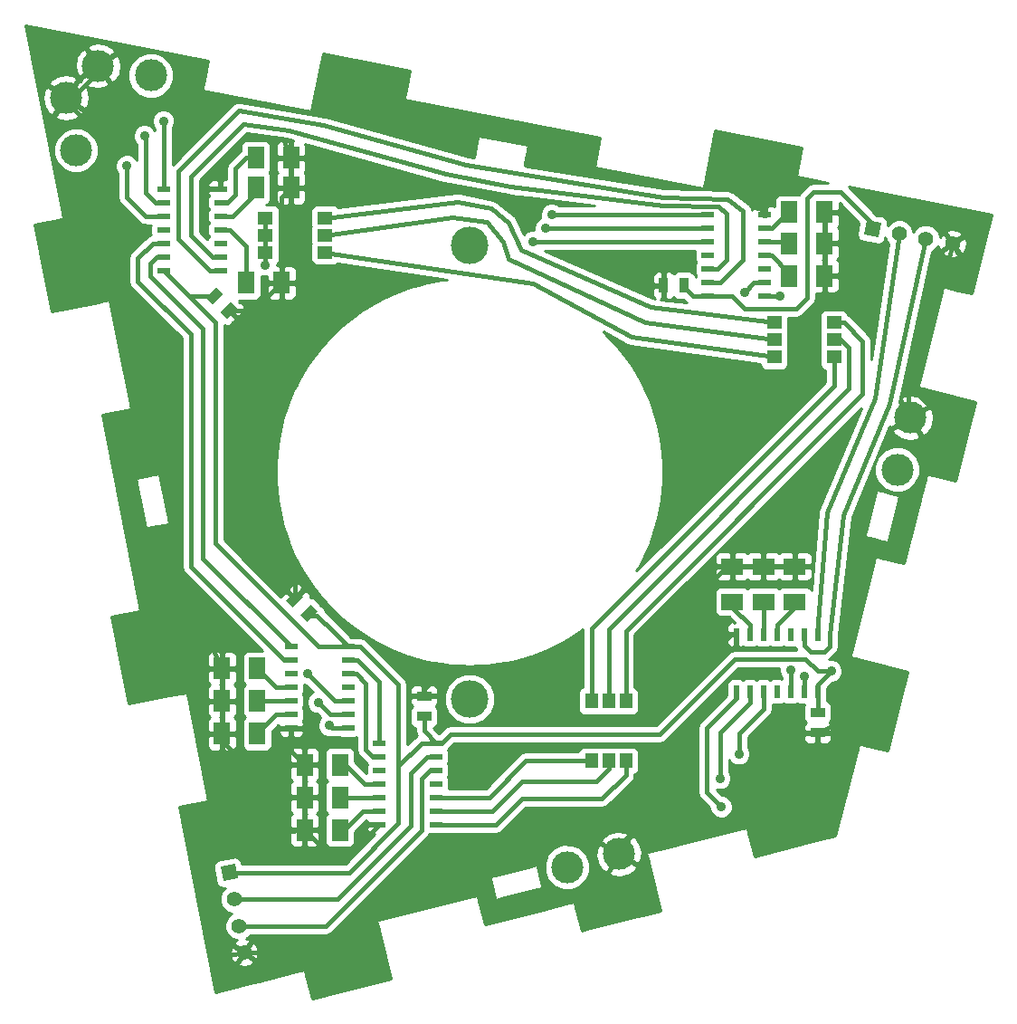
<source format=gtl>
G04 (created by PCBNEW (22-Jun-2014 BZR 4027)-stable) date Thu 17 Jul 2014 04:04:50 PM CEST*
%MOIN*%
G04 Gerber Fmt 3.4, Leading zero omitted, Abs format*
%FSLAX34Y34*%
G01*
G70*
G90*
G04 APERTURE LIST*
%ADD10C,0.00590551*%
%ADD11C,0.11811*%
%ADD12C,0.055*%
%ADD13R,0.06X0.08*%
%ADD14R,0.045X0.02*%
%ADD15R,0.02X0.045*%
%ADD16R,0.08X0.06*%
%ADD17R,0.0472441X0.0551181*%
%ADD18R,0.0551181X0.0472441*%
%ADD19R,0.055X0.035*%
%ADD20R,0.035X0.055*%
%ADD21C,0.1381*%
%ADD22C,0.035*%
%ADD23C,0.016*%
%ADD24C,0.01*%
G04 APERTURE END LIST*
G54D10*
G54D11*
X2149Y-4904D03*
X1787Y-2969D03*
X4904Y-2149D03*
X2969Y-1787D03*
X20245Y-31291D03*
X22154Y-30808D03*
X32408Y-16654D03*
X32891Y-14745D03*
G54D10*
G36*
X31171Y-8010D02*
X31272Y-7470D01*
X31812Y-7571D01*
X31711Y-8111D01*
X31171Y-8010D01*
X31171Y-8010D01*
G37*
G54D12*
X32475Y-7975D03*
X33457Y-8158D03*
X34440Y-8342D03*
G54D10*
G36*
X7470Y-31272D02*
X8010Y-31171D01*
X8111Y-31711D01*
X7571Y-31812D01*
X7470Y-31272D01*
X7470Y-31272D01*
G37*
G54D12*
X7975Y-32475D03*
X8158Y-33457D03*
X8342Y-34440D03*
G54D13*
X7525Y-23975D03*
X8825Y-23975D03*
G54D14*
X7475Y-9325D03*
X7475Y-8825D03*
X7475Y-8325D03*
X7475Y-7825D03*
X7475Y-7325D03*
X7475Y-6825D03*
X7475Y-6325D03*
X5375Y-6325D03*
X5375Y-6825D03*
X5375Y-7325D03*
X5375Y-7825D03*
X5375Y-8325D03*
X5375Y-8825D03*
X5375Y-9325D03*
X13325Y-26725D03*
X13325Y-27225D03*
X13325Y-27725D03*
X13325Y-28225D03*
X13325Y-28725D03*
X13325Y-29225D03*
X13325Y-29725D03*
X15425Y-29725D03*
X15425Y-29225D03*
X15425Y-28725D03*
X15425Y-28225D03*
X15425Y-27725D03*
X15425Y-27225D03*
X15425Y-26725D03*
G54D15*
X29475Y-22725D03*
X28975Y-22725D03*
X28475Y-22725D03*
X27975Y-22725D03*
X27475Y-22725D03*
X26975Y-22725D03*
X26475Y-22725D03*
X26475Y-24825D03*
X26975Y-24825D03*
X27475Y-24825D03*
X27975Y-24825D03*
X28475Y-24825D03*
X28975Y-24825D03*
X29475Y-24825D03*
G54D14*
X27525Y-10275D03*
X27525Y-9775D03*
X27525Y-9275D03*
X27525Y-8775D03*
X27525Y-8275D03*
X27525Y-7775D03*
X27525Y-7275D03*
X25425Y-7275D03*
X25425Y-7775D03*
X25425Y-8275D03*
X25425Y-8775D03*
X25425Y-9275D03*
X25425Y-9775D03*
X25425Y-10275D03*
X10075Y-23175D03*
X10075Y-23675D03*
X10075Y-24175D03*
X10075Y-24675D03*
X10075Y-25175D03*
X10075Y-25675D03*
X10075Y-26175D03*
X12175Y-26175D03*
X12175Y-25675D03*
X12175Y-25175D03*
X12175Y-24675D03*
X12175Y-24175D03*
X12175Y-23675D03*
X12175Y-23175D03*
G54D16*
X28625Y-20225D03*
X28625Y-21525D03*
G54D13*
X10075Y-6275D03*
X8775Y-6275D03*
X10075Y-5175D03*
X8775Y-5175D03*
X29725Y-9525D03*
X28425Y-9525D03*
X29725Y-7175D03*
X28425Y-7175D03*
X29725Y-8325D03*
X28425Y-8325D03*
X9725Y-9775D03*
X8425Y-9775D03*
X7525Y-25175D03*
X8825Y-25175D03*
G54D16*
X26325Y-20225D03*
X26325Y-21525D03*
X27475Y-20225D03*
X27475Y-21525D03*
G54D13*
X7525Y-26375D03*
X8825Y-26375D03*
X10575Y-28725D03*
X11875Y-28725D03*
X10575Y-29925D03*
X11875Y-29925D03*
X10575Y-27525D03*
X11875Y-27525D03*
G54D17*
X21775Y-25172D03*
X21145Y-25172D03*
X22404Y-25172D03*
X21775Y-27377D03*
X22404Y-27377D03*
X21145Y-27377D03*
G54D18*
X27872Y-11875D03*
X27872Y-12504D03*
X27872Y-11245D03*
X30077Y-11875D03*
X30077Y-11245D03*
X30077Y-12504D03*
X9122Y-8025D03*
X9122Y-8654D03*
X9122Y-7395D03*
X11327Y-8025D03*
X11327Y-7395D03*
X11327Y-8654D03*
G54D10*
G36*
X9891Y-21480D02*
X10280Y-21091D01*
X10528Y-21339D01*
X10139Y-21728D01*
X9891Y-21480D01*
X9891Y-21480D01*
G37*
G36*
X10421Y-22010D02*
X10810Y-21621D01*
X11058Y-21869D01*
X10669Y-22258D01*
X10421Y-22010D01*
X10421Y-22010D01*
G37*
G54D19*
X14975Y-25000D03*
X14975Y-25750D03*
G54D10*
G36*
X8108Y-10719D02*
X7719Y-11108D01*
X7471Y-10860D01*
X7860Y-10471D01*
X8108Y-10719D01*
X8108Y-10719D01*
G37*
G36*
X7578Y-10189D02*
X7189Y-10578D01*
X6941Y-10330D01*
X7330Y-9941D01*
X7578Y-10189D01*
X7578Y-10189D01*
G37*
G54D20*
X23800Y-9875D03*
X24550Y-9875D03*
G54D19*
X29475Y-26350D03*
X29475Y-25600D03*
G54D21*
X16651Y-8396D03*
X25003Y-16747D03*
X16651Y-25099D03*
X8299Y-16747D03*
G54D22*
X28075Y-10275D03*
X28975Y-24275D03*
X28475Y-24025D03*
X26775Y-10125D03*
X29975Y-24075D03*
X5900Y-14375D03*
X23975Y-8975D03*
X27275Y-6975D03*
X27475Y-19175D03*
X29225Y-11275D03*
X25925Y-29075D03*
X26575Y-27125D03*
X25875Y-28025D03*
X19675Y-7275D03*
X18975Y-8275D03*
X19450Y-7775D03*
X4025Y-5475D03*
X4675Y-4375D03*
X5375Y-3825D03*
X11475Y-26075D03*
X10675Y-24175D03*
X11075Y-25225D03*
X9125Y-9125D03*
G54D23*
X12175Y-23675D02*
X12525Y-23675D01*
X13325Y-24475D02*
X13325Y-26725D01*
X12525Y-23675D02*
X13325Y-24475D01*
X15425Y-27225D02*
X15075Y-27225D01*
X11775Y-32475D02*
X7975Y-32475D01*
X14475Y-29775D02*
X11775Y-32475D01*
X14475Y-27825D02*
X14475Y-29775D01*
X15075Y-27225D02*
X14475Y-27825D01*
X12175Y-24175D02*
X12475Y-24175D01*
X13075Y-27225D02*
X13325Y-27225D01*
X12825Y-26975D02*
X13075Y-27225D01*
X12825Y-24525D02*
X12825Y-26975D01*
X12475Y-24175D02*
X12825Y-24525D01*
X15175Y-27725D02*
X15425Y-27725D01*
X14875Y-28025D02*
X15175Y-27725D01*
X14875Y-29925D02*
X14875Y-28025D01*
X8158Y-33457D02*
X11342Y-33457D01*
X11342Y-33457D02*
X14875Y-29925D01*
X32475Y-7975D02*
X31575Y-14050D01*
X29475Y-22275D02*
X29475Y-22725D01*
X31575Y-14050D02*
X29809Y-18250D01*
X29809Y-18250D02*
X29475Y-22275D01*
X32475Y-7975D02*
X32475Y-7975D01*
X28975Y-22725D02*
X28975Y-23125D01*
X32125Y-14225D02*
X33457Y-8158D01*
X29925Y-22725D02*
X30425Y-18325D01*
X30425Y-18325D02*
X32125Y-14225D01*
X29925Y-23175D02*
X29925Y-22725D01*
X29725Y-23375D02*
X29925Y-23175D01*
X29225Y-23375D02*
X29725Y-23375D01*
X28975Y-23125D02*
X29225Y-23375D01*
X28975Y-24825D02*
X28975Y-24275D01*
X28075Y-10275D02*
X27525Y-10275D01*
X27525Y-9775D02*
X27125Y-9775D01*
X28475Y-24025D02*
X28475Y-24825D01*
X27125Y-9775D02*
X26775Y-10125D01*
X25425Y-9775D02*
X25875Y-9775D01*
X7075Y-9325D02*
X7475Y-9325D01*
X5925Y-8175D02*
X7075Y-9325D01*
X5925Y-5675D02*
X5925Y-8175D01*
X8154Y-3445D02*
X5925Y-5675D01*
X26150Y-6700D02*
X23800Y-6625D01*
X23800Y-6625D02*
X16525Y-5450D01*
X16525Y-5450D02*
X11266Y-3979D01*
X11266Y-3979D02*
X8154Y-3445D01*
X26725Y-7125D02*
X26150Y-6700D01*
X26725Y-8925D02*
X26725Y-7125D01*
X25875Y-9775D02*
X26725Y-8925D01*
X7475Y-8825D02*
X7175Y-8825D01*
X8325Y-3925D02*
X8325Y-3925D01*
X6375Y-5875D02*
X8325Y-3925D01*
X6375Y-8025D02*
X6375Y-5875D01*
X7175Y-8825D02*
X6375Y-8025D01*
X25425Y-9275D02*
X25775Y-9275D01*
X18149Y-6224D02*
X15775Y-5775D01*
X15775Y-5775D02*
X9982Y-4152D01*
X9982Y-4152D02*
X8325Y-3925D01*
X26125Y-7250D02*
X25825Y-6975D01*
X25825Y-6975D02*
X23800Y-6925D01*
X23800Y-6925D02*
X18149Y-6224D01*
X26125Y-8925D02*
X26125Y-7250D01*
X25775Y-9275D02*
X26125Y-8925D01*
X6825Y-11475D02*
X6825Y-19925D01*
X5375Y-8825D02*
X5125Y-8825D01*
X4875Y-9075D02*
X5125Y-8825D01*
X4875Y-9525D02*
X4875Y-9075D01*
X6825Y-11475D02*
X4875Y-9525D01*
X6825Y-19925D02*
X10075Y-23175D01*
X6375Y-11675D02*
X6375Y-20225D01*
X4975Y-8325D02*
X4425Y-8875D01*
X4425Y-8875D02*
X4425Y-9725D01*
X4425Y-9725D02*
X6375Y-11675D01*
X5375Y-8325D02*
X4975Y-8325D01*
X9825Y-23675D02*
X10075Y-23675D01*
X6375Y-20225D02*
X9825Y-23675D01*
X7791Y-31492D02*
X12207Y-31492D01*
X12207Y-31492D02*
X14025Y-29675D01*
X24550Y-9875D02*
X24550Y-9950D01*
X24875Y-10275D02*
X25425Y-10275D01*
X24550Y-9950D02*
X24875Y-10275D01*
X14975Y-25750D02*
X14975Y-26200D01*
X14975Y-26275D02*
X15425Y-26725D01*
X14975Y-26200D02*
X14975Y-26275D01*
X11640Y-22640D02*
X11025Y-22025D01*
X12175Y-23175D02*
X11640Y-22640D01*
X10825Y-22025D02*
X10740Y-21940D01*
X11025Y-22025D02*
X10825Y-22025D01*
X12175Y-23175D02*
X12625Y-23175D01*
X7259Y-10259D02*
X6309Y-10259D01*
X29475Y-25600D02*
X29475Y-24825D01*
X7275Y-11225D02*
X7275Y-19375D01*
X12625Y-23175D02*
X11075Y-23175D01*
X7275Y-19375D02*
X11075Y-23175D01*
X14025Y-27575D02*
X14025Y-24575D01*
X14025Y-24575D02*
X12625Y-23175D01*
X7300Y-11250D02*
X7275Y-11225D01*
X7275Y-11225D02*
X6309Y-10259D01*
X6309Y-10259D02*
X5375Y-9325D01*
X15425Y-26725D02*
X15625Y-26725D01*
X29475Y-24075D02*
X29975Y-24075D01*
X29025Y-23625D02*
X29475Y-24075D01*
X26425Y-23625D02*
X29025Y-23625D01*
X23650Y-26400D02*
X26425Y-23625D01*
X15950Y-26400D02*
X23650Y-26400D01*
X15625Y-26725D02*
X15950Y-26400D01*
X29475Y-24575D02*
X29475Y-24825D01*
X29975Y-24075D02*
X29475Y-24575D01*
X14875Y-26725D02*
X15425Y-26725D01*
X14025Y-27575D02*
X14875Y-26725D01*
X14025Y-29675D02*
X14025Y-27575D01*
X31492Y-7791D02*
X31492Y-7592D01*
X26325Y-10275D02*
X25425Y-10275D01*
X26775Y-10725D02*
X26325Y-10275D01*
X28675Y-10725D02*
X26775Y-10725D01*
X29075Y-10325D02*
X28675Y-10725D01*
X29075Y-6675D02*
X29075Y-10325D01*
X29325Y-6425D02*
X29075Y-6675D01*
X30325Y-6425D02*
X29325Y-6425D01*
X31492Y-7592D02*
X30325Y-6425D01*
X31492Y-7791D02*
X31492Y-7791D01*
X32822Y-14974D02*
X32822Y-13947D01*
X32822Y-13947D02*
X33030Y-13739D01*
X21836Y-30957D02*
X21836Y-30813D01*
X21836Y-30813D02*
X22875Y-29775D01*
X32850Y-17625D02*
X33464Y-16535D01*
X33030Y-13739D02*
X33030Y-13739D01*
X33858Y-14566D02*
X33030Y-13739D01*
X33858Y-15354D02*
X33858Y-14566D01*
X33464Y-16535D02*
X33858Y-15354D01*
X1823Y-3163D02*
X1838Y-3163D01*
X1838Y-3163D02*
X3230Y-4555D01*
X3163Y-1823D02*
X1823Y-3163D01*
X5900Y-14375D02*
X5900Y-12650D01*
X3230Y-9700D02*
X3230Y-9980D01*
X3230Y-4555D02*
X3230Y-9700D01*
X3230Y-9980D02*
X5900Y-12650D01*
X29475Y-26350D02*
X30100Y-26075D01*
X32325Y-19550D02*
X32850Y-17625D01*
X31472Y-19761D02*
X32325Y-19550D01*
X30543Y-23454D02*
X31472Y-19761D01*
X30100Y-26075D02*
X30543Y-23454D01*
X33030Y-13739D02*
X34440Y-8342D01*
X29215Y-27640D02*
X27734Y-27640D01*
X11559Y-34440D02*
X8342Y-34440D01*
X13425Y-32575D02*
X11559Y-34440D01*
X15675Y-32575D02*
X13425Y-32575D01*
X18475Y-29775D02*
X15675Y-32575D01*
X25925Y-29775D02*
X22875Y-29775D01*
X22875Y-29775D02*
X18475Y-29775D01*
X26525Y-29175D02*
X25925Y-29775D01*
X26525Y-28850D02*
X26525Y-29175D01*
X27734Y-27640D02*
X26525Y-28850D01*
X8342Y-34440D02*
X7402Y-34591D01*
X7402Y-34591D02*
X6700Y-31200D01*
X6700Y-31200D02*
X6650Y-30625D01*
X6650Y-30625D02*
X6925Y-30100D01*
X6925Y-30100D02*
X10575Y-29925D01*
X5900Y-14375D02*
X5900Y-14975D01*
X5900Y-20525D02*
X7525Y-23975D01*
X5900Y-14975D02*
X5900Y-20525D01*
X23800Y-9875D02*
X23800Y-9150D01*
X23800Y-9150D02*
X23975Y-8975D01*
X27525Y-7225D02*
X27525Y-7275D01*
X27275Y-6975D02*
X27525Y-7225D01*
X14975Y-25000D02*
X14975Y-24725D01*
X14975Y-24725D02*
X15602Y-24097D01*
X10209Y-21409D02*
X10209Y-20577D01*
X29475Y-26350D02*
X29475Y-27380D01*
X29475Y-27380D02*
X29215Y-27640D01*
X11110Y-21439D02*
X11110Y-21439D01*
X7790Y-10790D02*
X8709Y-10790D01*
X8709Y-10790D02*
X8925Y-10575D01*
X8299Y-18749D02*
X8299Y-16747D01*
X11775Y-22075D02*
X11110Y-21439D01*
X11110Y-21439D02*
X10209Y-20577D01*
X10209Y-20577D02*
X8299Y-18749D01*
X12549Y-22675D02*
X11775Y-22075D01*
X14800Y-24075D02*
X12549Y-22675D01*
X17450Y-24150D02*
X15602Y-24097D01*
X15602Y-24097D02*
X14800Y-24075D01*
X19200Y-25900D02*
X17450Y-24150D01*
X23100Y-25900D02*
X19200Y-25900D01*
X26275Y-22725D02*
X23100Y-25900D01*
X26475Y-22725D02*
X26275Y-22725D01*
X27475Y-19175D02*
X27475Y-20225D01*
X10575Y-27525D02*
X10575Y-28725D01*
X7525Y-23975D02*
X7525Y-25175D01*
X7525Y-25175D02*
X7525Y-26375D01*
X8299Y-16747D02*
X8299Y-11201D01*
X8299Y-11201D02*
X8925Y-10575D01*
X8925Y-10575D02*
X9725Y-9775D01*
X29725Y-9525D02*
X29725Y-8325D01*
X29725Y-8325D02*
X29725Y-7175D01*
X29225Y-11275D02*
X29225Y-12525D01*
X29225Y-12525D02*
X25003Y-16747D01*
X7525Y-26375D02*
X7525Y-26625D01*
X8425Y-27525D02*
X10575Y-27525D01*
X7525Y-26625D02*
X8425Y-27525D01*
X10075Y-26175D02*
X10075Y-27025D01*
X10075Y-27025D02*
X10575Y-27525D01*
X29725Y-9525D02*
X29725Y-10275D01*
X29225Y-10775D02*
X29225Y-11275D01*
X29725Y-10275D02*
X29225Y-10775D01*
X26325Y-20225D02*
X26125Y-20225D01*
X25825Y-22725D02*
X26475Y-22725D01*
X25325Y-22225D02*
X25825Y-22725D01*
X25325Y-21025D02*
X25325Y-22225D01*
X26125Y-20225D02*
X25325Y-21025D01*
X28625Y-20225D02*
X27475Y-20225D01*
X27475Y-20225D02*
X26325Y-20225D01*
X13325Y-29725D02*
X12325Y-30725D01*
X11375Y-30725D02*
X10575Y-29925D01*
X12325Y-30725D02*
X11375Y-30725D01*
X10575Y-29925D02*
X10575Y-27525D01*
X9725Y-9775D02*
X9725Y-6625D01*
X9725Y-6625D02*
X10075Y-6275D01*
X10075Y-6275D02*
X10075Y-5175D01*
X7475Y-6325D02*
X7475Y-5375D01*
X9793Y-4517D02*
X10075Y-5175D01*
X8400Y-4450D02*
X9793Y-4517D01*
X7475Y-5375D02*
X8400Y-4450D01*
X26325Y-21525D02*
X26325Y-21725D01*
X26975Y-22375D02*
X26975Y-22725D01*
X26325Y-21725D02*
X26975Y-22375D01*
X28625Y-21525D02*
X28625Y-21725D01*
X27975Y-22375D02*
X27975Y-22725D01*
X28625Y-21725D02*
X27975Y-22375D01*
X27475Y-21525D02*
X27475Y-22725D01*
X26475Y-25075D02*
X25375Y-26175D01*
X25375Y-26175D02*
X25375Y-28475D01*
X26475Y-25075D02*
X26475Y-24825D01*
X25375Y-28525D02*
X25375Y-28475D01*
X25925Y-29075D02*
X25375Y-28525D01*
X27475Y-25475D02*
X27475Y-24825D01*
X26575Y-26375D02*
X27475Y-25475D01*
X26575Y-27125D02*
X26575Y-26375D01*
X26975Y-25225D02*
X26975Y-24825D01*
X25875Y-26325D02*
X26975Y-25225D01*
X25875Y-28025D02*
X25875Y-26325D01*
X27525Y-7775D02*
X27775Y-7775D01*
X28375Y-7175D02*
X28425Y-7175D01*
X27775Y-7775D02*
X28375Y-7175D01*
X27525Y-8775D02*
X27775Y-8775D01*
X28425Y-9425D02*
X28425Y-9525D01*
X27775Y-8775D02*
X28425Y-9425D01*
X27525Y-8275D02*
X28475Y-8275D01*
X28475Y-8275D02*
X28525Y-8325D01*
X25175Y-7275D02*
X25425Y-7275D01*
X19675Y-7275D02*
X25175Y-7275D01*
X25175Y-8275D02*
X25425Y-8275D01*
X18975Y-8275D02*
X25175Y-8275D01*
X19450Y-7775D02*
X25175Y-7775D01*
X25175Y-7775D02*
X25425Y-7775D01*
X7475Y-6825D02*
X7725Y-6825D01*
X8425Y-5175D02*
X8775Y-5175D01*
X8025Y-5575D02*
X8425Y-5175D01*
X8025Y-6525D02*
X8025Y-5575D01*
X7725Y-6825D02*
X8025Y-6525D01*
X8425Y-9775D02*
X8425Y-8425D01*
X7825Y-7825D02*
X7475Y-7825D01*
X8425Y-8425D02*
X7825Y-7825D01*
X7475Y-7325D02*
X7925Y-7325D01*
X8775Y-6475D02*
X8775Y-6275D01*
X7925Y-7325D02*
X8775Y-6475D01*
X4725Y-7325D02*
X5375Y-7325D01*
X4025Y-6625D02*
X4725Y-7325D01*
X4025Y-5475D02*
X4025Y-6625D01*
X5075Y-6825D02*
X5375Y-6825D01*
X4725Y-6475D02*
X5075Y-6825D01*
X4725Y-4425D02*
X4725Y-6475D01*
X4675Y-4375D02*
X4725Y-4425D01*
X5375Y-3825D02*
X5375Y-6325D01*
X10075Y-25675D02*
X9525Y-25675D01*
X9525Y-25675D02*
X8825Y-26375D01*
X10075Y-24675D02*
X9525Y-24675D01*
X9525Y-24675D02*
X8825Y-23975D01*
X10075Y-25175D02*
X8825Y-25175D01*
X11575Y-26175D02*
X12175Y-26175D01*
X11475Y-26075D02*
X11575Y-26175D01*
X11675Y-25175D02*
X12175Y-25175D01*
X10675Y-24175D02*
X11675Y-25175D01*
X11525Y-25675D02*
X12175Y-25675D01*
X11075Y-25225D02*
X11525Y-25675D01*
X11875Y-29925D02*
X12025Y-29925D01*
X12725Y-29225D02*
X13325Y-29225D01*
X12025Y-29925D02*
X12725Y-29225D01*
X11875Y-27525D02*
X12075Y-27525D01*
X12775Y-28225D02*
X13325Y-28225D01*
X12075Y-27525D02*
X12775Y-28225D01*
X11875Y-28725D02*
X13325Y-28725D01*
X15425Y-29725D02*
X17625Y-29725D01*
X22404Y-27895D02*
X22404Y-27377D01*
X21525Y-28775D02*
X22404Y-27895D01*
X18575Y-28775D02*
X21525Y-28775D01*
X17625Y-29725D02*
X18575Y-28775D01*
X15425Y-28725D02*
X17375Y-28725D01*
X18722Y-27377D02*
X21145Y-27377D01*
X17375Y-28725D02*
X18722Y-27377D01*
X15425Y-29225D02*
X17475Y-29225D01*
X21775Y-27675D02*
X21775Y-27377D01*
X21325Y-28125D02*
X21775Y-27675D01*
X18575Y-28125D02*
X21325Y-28125D01*
X17475Y-29225D02*
X18575Y-28125D01*
X21775Y-25172D02*
X21775Y-22525D01*
X30325Y-11875D02*
X30077Y-11875D01*
X30625Y-12175D02*
X30325Y-11875D01*
X30625Y-13675D02*
X30625Y-12175D01*
X21775Y-22525D02*
X30625Y-13675D01*
X30077Y-11245D02*
X30445Y-11245D01*
X22404Y-22595D02*
X22404Y-25172D01*
X31125Y-13875D02*
X22404Y-22595D01*
X31125Y-11925D02*
X31125Y-13875D01*
X30445Y-11245D02*
X31125Y-11925D01*
X30077Y-12504D02*
X30077Y-13572D01*
X21145Y-22504D02*
X21145Y-25172D01*
X30077Y-13572D02*
X21145Y-22504D01*
X11327Y-7395D02*
X16225Y-6800D01*
X16225Y-6800D02*
X17450Y-7050D01*
X23309Y-10671D02*
X27872Y-11245D01*
X17450Y-7050D02*
X18093Y-7561D01*
X18093Y-7561D02*
X18550Y-8575D01*
X18550Y-8575D02*
X23309Y-10671D01*
X11327Y-8025D02*
X16025Y-7375D01*
X23125Y-11225D02*
X27872Y-11875D01*
X23125Y-11225D02*
X23125Y-11225D01*
X23125Y-11225D02*
X23125Y-11225D01*
X23131Y-11225D02*
X23125Y-11225D01*
X23131Y-11225D02*
X23131Y-11225D01*
X17275Y-7525D02*
X17900Y-8275D01*
X16025Y-7375D02*
X17275Y-7525D01*
X18092Y-8897D02*
X23131Y-11225D01*
X17900Y-8275D02*
X18092Y-8897D01*
X16025Y-7375D02*
X16025Y-7375D01*
X27872Y-12504D02*
X22625Y-11775D01*
X22625Y-11775D02*
X18978Y-9786D01*
X18978Y-9786D02*
X11327Y-8654D01*
X9122Y-7395D02*
X9122Y-8025D01*
X9122Y-8025D02*
X9122Y-8654D01*
X9122Y-8654D02*
X9125Y-8657D01*
X9125Y-8657D02*
X9125Y-9125D01*
G54D10*
G36*
X24996Y-9524D02*
X24988Y-9533D01*
X24975Y-9564D01*
X24975Y-9550D01*
X24937Y-9458D01*
X24866Y-9388D01*
X24774Y-9350D01*
X24675Y-9349D01*
X24325Y-9349D01*
X24233Y-9387D01*
X24175Y-9446D01*
X24116Y-9387D01*
X24024Y-9349D01*
X23912Y-9350D01*
X23850Y-9412D01*
X23850Y-9825D01*
X23857Y-9825D01*
X23857Y-9925D01*
X23850Y-9925D01*
X23850Y-10337D01*
X23912Y-10400D01*
X24024Y-10400D01*
X24116Y-10362D01*
X24175Y-10303D01*
X24233Y-10361D01*
X24325Y-10399D01*
X24424Y-10400D01*
X24533Y-10400D01*
X24640Y-10507D01*
X23699Y-10388D01*
X23750Y-10337D01*
X23750Y-9925D01*
X23750Y-9825D01*
X23750Y-9412D01*
X23687Y-9350D01*
X23575Y-9349D01*
X23483Y-9387D01*
X23413Y-9458D01*
X23375Y-9550D01*
X23374Y-9649D01*
X23375Y-9762D01*
X23437Y-9825D01*
X23750Y-9825D01*
X23750Y-9925D01*
X23437Y-9925D01*
X23375Y-9987D01*
X23374Y-10100D01*
X23375Y-10199D01*
X23413Y-10291D01*
X23482Y-10361D01*
X23391Y-10349D01*
X19435Y-8605D01*
X24958Y-8605D01*
X24950Y-8625D01*
X24949Y-8724D01*
X24949Y-8924D01*
X24987Y-9016D01*
X24996Y-9024D01*
X24988Y-9033D01*
X24950Y-9125D01*
X24949Y-9224D01*
X24949Y-9424D01*
X24987Y-9516D01*
X24996Y-9524D01*
X24996Y-9524D01*
G37*
G54D24*
X24996Y-9524D02*
X24988Y-9533D01*
X24975Y-9564D01*
X24975Y-9550D01*
X24937Y-9458D01*
X24866Y-9388D01*
X24774Y-9350D01*
X24675Y-9349D01*
X24325Y-9349D01*
X24233Y-9387D01*
X24175Y-9446D01*
X24116Y-9387D01*
X24024Y-9349D01*
X23912Y-9350D01*
X23850Y-9412D01*
X23850Y-9825D01*
X23857Y-9825D01*
X23857Y-9925D01*
X23850Y-9925D01*
X23850Y-10337D01*
X23912Y-10400D01*
X24024Y-10400D01*
X24116Y-10362D01*
X24175Y-10303D01*
X24233Y-10361D01*
X24325Y-10399D01*
X24424Y-10400D01*
X24533Y-10400D01*
X24640Y-10507D01*
X23699Y-10388D01*
X23750Y-10337D01*
X23750Y-9925D01*
X23750Y-9825D01*
X23750Y-9412D01*
X23687Y-9350D01*
X23575Y-9349D01*
X23483Y-9387D01*
X23413Y-9458D01*
X23375Y-9550D01*
X23374Y-9649D01*
X23375Y-9762D01*
X23437Y-9825D01*
X23750Y-9825D01*
X23750Y-9925D01*
X23437Y-9925D01*
X23375Y-9987D01*
X23374Y-10100D01*
X23375Y-10199D01*
X23413Y-10291D01*
X23482Y-10361D01*
X23391Y-10349D01*
X19435Y-8605D01*
X24958Y-8605D01*
X24950Y-8625D01*
X24949Y-8724D01*
X24949Y-8924D01*
X24987Y-9016D01*
X24996Y-9024D01*
X24988Y-9033D01*
X24950Y-9125D01*
X24949Y-9224D01*
X24949Y-9424D01*
X24987Y-9516D01*
X24996Y-9524D01*
G54D10*
G36*
X31071Y-14395D02*
X29517Y-18093D01*
X29512Y-18098D01*
X29507Y-18115D01*
X29504Y-18122D01*
X29502Y-18133D01*
X29477Y-18222D01*
X29275Y-20679D01*
X29275Y-20574D01*
X29275Y-19875D01*
X29237Y-19783D01*
X29166Y-19713D01*
X29074Y-19675D01*
X28975Y-19674D01*
X28737Y-19675D01*
X28675Y-19737D01*
X28675Y-20175D01*
X29212Y-20175D01*
X29275Y-20112D01*
X29275Y-19875D01*
X29275Y-20574D01*
X29275Y-20337D01*
X29212Y-20275D01*
X28675Y-20275D01*
X28675Y-20712D01*
X28737Y-20775D01*
X28975Y-20775D01*
X29074Y-20774D01*
X29166Y-20736D01*
X29237Y-20666D01*
X29275Y-20574D01*
X29275Y-20679D01*
X29241Y-21093D01*
X29237Y-21083D01*
X29166Y-21013D01*
X29074Y-20975D01*
X28975Y-20974D01*
X28575Y-20974D01*
X28575Y-20712D01*
X28575Y-20275D01*
X28575Y-20175D01*
X28575Y-19737D01*
X28512Y-19675D01*
X28274Y-19674D01*
X28175Y-19675D01*
X28083Y-19713D01*
X28050Y-19746D01*
X28016Y-19713D01*
X27924Y-19675D01*
X27825Y-19674D01*
X27587Y-19675D01*
X27525Y-19737D01*
X27525Y-20175D01*
X28037Y-20175D01*
X28062Y-20175D01*
X28575Y-20175D01*
X28575Y-20275D01*
X28062Y-20275D01*
X28037Y-20275D01*
X27525Y-20275D01*
X27525Y-20712D01*
X27587Y-20775D01*
X27825Y-20775D01*
X27924Y-20774D01*
X28016Y-20736D01*
X28050Y-20703D01*
X28083Y-20736D01*
X28175Y-20774D01*
X28274Y-20775D01*
X28512Y-20775D01*
X28575Y-20712D01*
X28575Y-20974D01*
X28175Y-20974D01*
X28083Y-21012D01*
X28050Y-21046D01*
X28016Y-21013D01*
X27924Y-20975D01*
X27825Y-20974D01*
X27425Y-20974D01*
X27425Y-20712D01*
X27425Y-20275D01*
X27425Y-20175D01*
X27425Y-19737D01*
X27362Y-19675D01*
X27124Y-19674D01*
X27025Y-19675D01*
X26933Y-19713D01*
X26900Y-19746D01*
X26866Y-19713D01*
X26774Y-19675D01*
X26675Y-19674D01*
X26437Y-19675D01*
X26375Y-19737D01*
X26375Y-20175D01*
X26887Y-20175D01*
X26912Y-20175D01*
X27425Y-20175D01*
X27425Y-20275D01*
X26912Y-20275D01*
X26887Y-20275D01*
X26375Y-20275D01*
X26375Y-20712D01*
X26437Y-20775D01*
X26675Y-20775D01*
X26774Y-20774D01*
X26866Y-20736D01*
X26900Y-20703D01*
X26933Y-20736D01*
X27025Y-20774D01*
X27124Y-20775D01*
X27362Y-20775D01*
X27425Y-20712D01*
X27425Y-20974D01*
X27025Y-20974D01*
X26933Y-21012D01*
X26900Y-21046D01*
X26866Y-21013D01*
X26774Y-20975D01*
X26675Y-20974D01*
X26275Y-20974D01*
X26275Y-20712D01*
X26275Y-20275D01*
X26275Y-20175D01*
X26275Y-19737D01*
X26212Y-19675D01*
X25974Y-19674D01*
X25875Y-19675D01*
X25783Y-19713D01*
X25712Y-19783D01*
X25674Y-19875D01*
X25675Y-20112D01*
X25737Y-20175D01*
X26275Y-20175D01*
X26275Y-20275D01*
X25737Y-20275D01*
X25675Y-20337D01*
X25674Y-20574D01*
X25712Y-20666D01*
X25783Y-20736D01*
X25875Y-20774D01*
X25974Y-20775D01*
X26212Y-20775D01*
X26275Y-20712D01*
X26275Y-20974D01*
X25875Y-20974D01*
X25783Y-21012D01*
X25713Y-21083D01*
X25675Y-21175D01*
X25674Y-21274D01*
X25674Y-21874D01*
X25712Y-21966D01*
X25783Y-22036D01*
X25875Y-22074D01*
X25974Y-22075D01*
X26208Y-22075D01*
X26424Y-22291D01*
X26424Y-22312D01*
X26362Y-22250D01*
X26325Y-22249D01*
X26233Y-22287D01*
X26163Y-22358D01*
X26125Y-22450D01*
X26124Y-22549D01*
X26125Y-22612D01*
X26187Y-22675D01*
X26425Y-22675D01*
X26425Y-22667D01*
X26525Y-22667D01*
X26525Y-22675D01*
X26532Y-22675D01*
X26532Y-22775D01*
X26525Y-22775D01*
X26525Y-23137D01*
X26587Y-23200D01*
X26624Y-23200D01*
X26716Y-23162D01*
X26724Y-23153D01*
X26733Y-23161D01*
X26825Y-23199D01*
X26924Y-23200D01*
X27124Y-23200D01*
X27216Y-23162D01*
X27224Y-23153D01*
X27233Y-23161D01*
X27325Y-23199D01*
X27424Y-23200D01*
X27624Y-23200D01*
X27716Y-23162D01*
X27724Y-23153D01*
X27733Y-23161D01*
X27825Y-23199D01*
X27924Y-23200D01*
X28124Y-23200D01*
X28216Y-23162D01*
X28224Y-23153D01*
X28233Y-23161D01*
X28325Y-23199D01*
X28424Y-23200D01*
X28624Y-23200D01*
X28657Y-23186D01*
X28670Y-23251D01*
X28699Y-23295D01*
X26425Y-23295D01*
X26425Y-23137D01*
X26425Y-22775D01*
X26187Y-22775D01*
X26125Y-22837D01*
X26124Y-22900D01*
X26125Y-22999D01*
X26163Y-23091D01*
X26233Y-23162D01*
X26325Y-23200D01*
X26362Y-23200D01*
X26425Y-23137D01*
X26425Y-23295D01*
X26298Y-23320D01*
X26191Y-23391D01*
X23793Y-25789D01*
X23513Y-26070D01*
X17591Y-26070D01*
X17591Y-24912D01*
X17448Y-24566D01*
X17184Y-24302D01*
X16838Y-24158D01*
X16464Y-24158D01*
X16118Y-24301D01*
X15854Y-24565D01*
X15710Y-24911D01*
X15710Y-25285D01*
X15853Y-25631D01*
X16117Y-25895D01*
X16463Y-26039D01*
X16837Y-26039D01*
X17183Y-25896D01*
X17447Y-25632D01*
X17591Y-25286D01*
X17591Y-24912D01*
X17591Y-26070D01*
X15950Y-26070D01*
X15823Y-26095D01*
X15716Y-26166D01*
X15525Y-26358D01*
X15329Y-26162D01*
X15391Y-26137D01*
X15461Y-26066D01*
X15499Y-25974D01*
X15500Y-25875D01*
X15500Y-25525D01*
X15462Y-25433D01*
X15403Y-25375D01*
X15462Y-25316D01*
X15500Y-25224D01*
X15500Y-24775D01*
X15462Y-24683D01*
X15391Y-24613D01*
X15299Y-24575D01*
X15200Y-24574D01*
X15087Y-24575D01*
X15025Y-24637D01*
X15025Y-24950D01*
X15437Y-24950D01*
X15500Y-24887D01*
X15500Y-24775D01*
X15500Y-25224D01*
X15500Y-25112D01*
X15437Y-25050D01*
X15025Y-25050D01*
X15025Y-25057D01*
X14925Y-25057D01*
X14925Y-25050D01*
X14925Y-24950D01*
X14925Y-24637D01*
X14862Y-24575D01*
X14749Y-24574D01*
X14650Y-24575D01*
X14558Y-24613D01*
X14487Y-24683D01*
X14449Y-24775D01*
X14450Y-24887D01*
X14512Y-24950D01*
X14925Y-24950D01*
X14925Y-25050D01*
X14512Y-25050D01*
X14450Y-25112D01*
X14449Y-25224D01*
X14487Y-25316D01*
X14546Y-25375D01*
X14488Y-25433D01*
X14450Y-25525D01*
X14449Y-25624D01*
X14449Y-25974D01*
X14487Y-26066D01*
X14558Y-26136D01*
X14645Y-26172D01*
X14645Y-26200D01*
X14645Y-26275D01*
X14670Y-26401D01*
X14703Y-26450D01*
X14641Y-26491D01*
X14355Y-26778D01*
X14355Y-24575D01*
X14329Y-24448D01*
X14329Y-24448D01*
X14258Y-24341D01*
X12858Y-22941D01*
X12751Y-22870D01*
X12625Y-22845D01*
X12498Y-22845D01*
X12449Y-22825D01*
X12350Y-22824D01*
X12291Y-22824D01*
X11873Y-22406D01*
X11308Y-21841D01*
X11308Y-21819D01*
X11270Y-21728D01*
X11200Y-21657D01*
X10952Y-21410D01*
X10860Y-21372D01*
X10778Y-21371D01*
X10777Y-21289D01*
X10739Y-21197D01*
X10660Y-21118D01*
X10572Y-21118D01*
X10501Y-21188D01*
X10501Y-21047D01*
X10501Y-20959D01*
X10422Y-20879D01*
X10330Y-20841D01*
X10231Y-20841D01*
X10139Y-20879D01*
X10068Y-20949D01*
X9988Y-21029D01*
X9988Y-21118D01*
X10209Y-21339D01*
X10501Y-21047D01*
X10501Y-21188D01*
X10280Y-21409D01*
X10286Y-21415D01*
X10215Y-21486D01*
X10209Y-21480D01*
X10204Y-21486D01*
X10133Y-21415D01*
X10139Y-21409D01*
X9918Y-21188D01*
X9829Y-21188D01*
X9749Y-21268D01*
X9692Y-21325D01*
X8358Y-19991D01*
X7605Y-19238D01*
X7605Y-11375D01*
X7613Y-11334D01*
X7669Y-11358D01*
X7768Y-11358D01*
X7860Y-11320D01*
X7931Y-11250D01*
X8011Y-11170D01*
X8011Y-11081D01*
X7790Y-10860D01*
X7784Y-10866D01*
X7713Y-10795D01*
X7719Y-10790D01*
X7713Y-10784D01*
X7784Y-10713D01*
X7790Y-10719D01*
X7795Y-10713D01*
X7866Y-10784D01*
X7860Y-10790D01*
X8081Y-11011D01*
X8170Y-11011D01*
X8250Y-10931D01*
X8320Y-10860D01*
X8358Y-10768D01*
X8358Y-10669D01*
X8320Y-10577D01*
X8240Y-10498D01*
X8152Y-10498D01*
X8196Y-10454D01*
X8167Y-10425D01*
X8174Y-10425D01*
X8774Y-10425D01*
X8866Y-10387D01*
X8936Y-10316D01*
X8974Y-10224D01*
X8975Y-10125D01*
X8975Y-9522D01*
X9040Y-9549D01*
X9174Y-9550D01*
X9175Y-9662D01*
X9237Y-9725D01*
X9675Y-9725D01*
X9675Y-9187D01*
X9612Y-9125D01*
X9550Y-9124D01*
X9550Y-9092D01*
X9610Y-9032D01*
X9648Y-8941D01*
X9648Y-8841D01*
X9648Y-8369D01*
X9636Y-8340D01*
X9648Y-8311D01*
X9648Y-8211D01*
X9648Y-7739D01*
X9636Y-7710D01*
X9648Y-7681D01*
X9648Y-7581D01*
X9648Y-7109D01*
X9610Y-7017D01*
X9540Y-6947D01*
X9448Y-6908D01*
X9348Y-6908D01*
X9163Y-6908D01*
X9216Y-6887D01*
X9286Y-6816D01*
X9324Y-6724D01*
X9325Y-6625D01*
X9325Y-5825D01*
X9287Y-5733D01*
X9278Y-5725D01*
X9286Y-5716D01*
X9324Y-5624D01*
X9325Y-5525D01*
X9325Y-4725D01*
X9287Y-4633D01*
X9216Y-4563D01*
X9124Y-4525D01*
X9025Y-4524D01*
X8425Y-4524D01*
X8333Y-4562D01*
X8263Y-4633D01*
X8225Y-4725D01*
X8224Y-4824D01*
X8224Y-4919D01*
X8191Y-4941D01*
X8191Y-4941D01*
X8191Y-4941D01*
X7791Y-5341D01*
X7720Y-5448D01*
X7695Y-5575D01*
X7695Y-5974D01*
X7650Y-5974D01*
X7587Y-5975D01*
X7525Y-6037D01*
X7525Y-6275D01*
X7532Y-6275D01*
X7532Y-6375D01*
X7525Y-6375D01*
X7525Y-6382D01*
X7425Y-6382D01*
X7425Y-6375D01*
X7425Y-6275D01*
X7425Y-6037D01*
X7362Y-5975D01*
X7299Y-5974D01*
X7200Y-5975D01*
X7108Y-6013D01*
X7037Y-6083D01*
X6999Y-6175D01*
X7000Y-6212D01*
X7062Y-6275D01*
X7425Y-6275D01*
X7425Y-6375D01*
X7062Y-6375D01*
X7000Y-6437D01*
X6999Y-6474D01*
X7037Y-6566D01*
X7046Y-6574D01*
X7038Y-6583D01*
X7000Y-6675D01*
X6999Y-6774D01*
X6999Y-6974D01*
X7037Y-7066D01*
X7046Y-7074D01*
X7038Y-7083D01*
X7000Y-7175D01*
X6999Y-7274D01*
X6999Y-7474D01*
X7037Y-7566D01*
X7046Y-7574D01*
X7038Y-7583D01*
X7000Y-7675D01*
X6999Y-7774D01*
X6999Y-7974D01*
X7037Y-8066D01*
X7046Y-8074D01*
X7038Y-8083D01*
X7000Y-8175D01*
X7000Y-8183D01*
X6705Y-7888D01*
X6705Y-6011D01*
X8442Y-4274D01*
X9913Y-4475D01*
X10166Y-4546D01*
X10125Y-4587D01*
X10125Y-5125D01*
X10562Y-5125D01*
X10625Y-5062D01*
X10625Y-4824D01*
X10624Y-4725D01*
X10601Y-4667D01*
X15680Y-6085D01*
X15713Y-6099D01*
X18088Y-6547D01*
X18094Y-6547D01*
X18108Y-6552D01*
X18824Y-6641D01*
X21260Y-6945D01*
X19946Y-6945D01*
X19916Y-6914D01*
X19759Y-6850D01*
X19590Y-6849D01*
X19434Y-6914D01*
X19314Y-7033D01*
X19250Y-7190D01*
X19249Y-7359D01*
X19263Y-7392D01*
X19209Y-7414D01*
X19089Y-7533D01*
X19025Y-7690D01*
X19024Y-7850D01*
X18890Y-7849D01*
X18824Y-7877D01*
X18734Y-7914D01*
X18651Y-7997D01*
X18393Y-7425D01*
X18385Y-7414D01*
X18381Y-7401D01*
X18348Y-7362D01*
X18319Y-7321D01*
X18307Y-7313D01*
X18298Y-7303D01*
X17655Y-6791D01*
X17645Y-6786D01*
X17634Y-6775D01*
X17578Y-6752D01*
X17540Y-6732D01*
X17530Y-6731D01*
X17515Y-6725D01*
X16290Y-6476D01*
X16205Y-6476D01*
X16185Y-6474D01*
X16174Y-6476D01*
X16162Y-6476D01*
X16156Y-6478D01*
X11802Y-7005D01*
X11744Y-6947D01*
X11652Y-6908D01*
X11553Y-6908D01*
X11002Y-6908D01*
X10910Y-6946D01*
X10839Y-7017D01*
X10801Y-7108D01*
X10801Y-7208D01*
X10801Y-7680D01*
X10813Y-7709D01*
X10801Y-7738D01*
X10801Y-7838D01*
X10801Y-8310D01*
X10813Y-8339D01*
X10801Y-8368D01*
X10801Y-8468D01*
X10801Y-8940D01*
X10839Y-9032D01*
X10909Y-9102D01*
X11001Y-9141D01*
X11101Y-9141D01*
X11652Y-9141D01*
X11744Y-9103D01*
X11790Y-9056D01*
X15826Y-9652D01*
X15793Y-9656D01*
X15623Y-9679D01*
X15453Y-9705D01*
X15284Y-9736D01*
X15116Y-9770D01*
X14948Y-9809D01*
X14781Y-9852D01*
X14615Y-9899D01*
X14450Y-9950D01*
X14286Y-10005D01*
X14123Y-10064D01*
X13961Y-10127D01*
X13801Y-10195D01*
X13641Y-10266D01*
X13484Y-10342D01*
X13328Y-10422D01*
X13173Y-10505D01*
X13020Y-10593D01*
X12868Y-10685D01*
X12719Y-10781D01*
X12572Y-10881D01*
X12426Y-10985D01*
X12282Y-11094D01*
X12141Y-11206D01*
X12002Y-11322D01*
X11865Y-11443D01*
X11731Y-11567D01*
X11599Y-11696D01*
X11346Y-11963D01*
X11109Y-12239D01*
X10888Y-12524D01*
X10684Y-12817D01*
X10625Y-12911D01*
X10625Y-6625D01*
X10625Y-5924D01*
X10624Y-5825D01*
X10586Y-5733D01*
X10578Y-5725D01*
X10586Y-5716D01*
X10624Y-5624D01*
X10625Y-5525D01*
X10625Y-5287D01*
X10562Y-5225D01*
X10125Y-5225D01*
X10125Y-5687D01*
X10125Y-5762D01*
X10125Y-6225D01*
X10562Y-6225D01*
X10625Y-6162D01*
X10625Y-5924D01*
X10625Y-6625D01*
X10625Y-6387D01*
X10562Y-6325D01*
X10125Y-6325D01*
X10125Y-6862D01*
X10187Y-6925D01*
X10424Y-6925D01*
X10516Y-6887D01*
X10586Y-6816D01*
X10624Y-6724D01*
X10625Y-6625D01*
X10625Y-12911D01*
X10496Y-13118D01*
X10324Y-13425D01*
X10275Y-13525D01*
X10275Y-10125D01*
X10275Y-9424D01*
X10274Y-9325D01*
X10236Y-9233D01*
X10166Y-9162D01*
X10074Y-9124D01*
X10025Y-9124D01*
X10025Y-6862D01*
X10025Y-6325D01*
X10025Y-6225D01*
X10025Y-5762D01*
X10025Y-5687D01*
X10025Y-5225D01*
X10025Y-5125D01*
X10025Y-4587D01*
X9962Y-4525D01*
X9725Y-4524D01*
X9633Y-4562D01*
X9563Y-4633D01*
X9525Y-4725D01*
X9524Y-4824D01*
X9525Y-5062D01*
X9587Y-5125D01*
X10025Y-5125D01*
X10025Y-5225D01*
X9587Y-5225D01*
X9525Y-5287D01*
X9524Y-5525D01*
X9525Y-5624D01*
X9563Y-5716D01*
X9571Y-5725D01*
X9563Y-5733D01*
X9525Y-5825D01*
X9524Y-5924D01*
X9525Y-6162D01*
X9587Y-6225D01*
X10025Y-6225D01*
X10025Y-6325D01*
X9587Y-6325D01*
X9525Y-6387D01*
X9524Y-6625D01*
X9525Y-6724D01*
X9563Y-6816D01*
X9633Y-6887D01*
X9725Y-6925D01*
X9962Y-6925D01*
X10025Y-6862D01*
X10025Y-9124D01*
X9837Y-9125D01*
X9775Y-9187D01*
X9775Y-9725D01*
X10212Y-9725D01*
X10275Y-9662D01*
X10275Y-9424D01*
X10275Y-10125D01*
X10275Y-9887D01*
X10212Y-9825D01*
X9775Y-9825D01*
X9775Y-10362D01*
X9837Y-10425D01*
X10074Y-10425D01*
X10166Y-10387D01*
X10236Y-10316D01*
X10274Y-10224D01*
X10275Y-10125D01*
X10275Y-13525D01*
X10168Y-13739D01*
X10030Y-14059D01*
X9907Y-14384D01*
X9801Y-14713D01*
X9711Y-15046D01*
X9675Y-15213D01*
X9675Y-10362D01*
X9675Y-9825D01*
X9237Y-9825D01*
X9175Y-9887D01*
X9174Y-10125D01*
X9175Y-10224D01*
X9213Y-10316D01*
X9283Y-10387D01*
X9375Y-10425D01*
X9612Y-10425D01*
X9675Y-10362D01*
X9675Y-15213D01*
X9637Y-15383D01*
X9580Y-15722D01*
X9539Y-16062D01*
X9515Y-16404D01*
X9506Y-16747D01*
X9515Y-17090D01*
X9539Y-17432D01*
X9580Y-17773D01*
X9637Y-18111D01*
X9711Y-18448D01*
X9801Y-18781D01*
X9907Y-19110D01*
X10030Y-19435D01*
X10168Y-19755D01*
X10324Y-20069D01*
X10496Y-20377D01*
X10684Y-20678D01*
X10888Y-20971D01*
X11109Y-21256D01*
X11346Y-21532D01*
X11599Y-21798D01*
X11865Y-22051D01*
X12141Y-22288D01*
X12426Y-22509D01*
X12719Y-22713D01*
X13020Y-22901D01*
X13328Y-23073D01*
X13642Y-23229D01*
X13962Y-23367D01*
X14287Y-23490D01*
X14616Y-23596D01*
X14949Y-23686D01*
X15285Y-23759D01*
X15624Y-23817D01*
X15965Y-23858D01*
X16307Y-23882D01*
X16650Y-23890D01*
X16993Y-23882D01*
X17334Y-23858D01*
X17675Y-23817D01*
X18014Y-23759D01*
X18351Y-23686D01*
X18684Y-23596D01*
X19013Y-23490D01*
X19338Y-23367D01*
X19658Y-23229D01*
X19972Y-23073D01*
X20279Y-22901D01*
X20580Y-22713D01*
X20815Y-22550D01*
X20815Y-24665D01*
X20767Y-24684D01*
X20697Y-24755D01*
X20658Y-24847D01*
X20658Y-24946D01*
X20658Y-25497D01*
X20696Y-25589D01*
X20767Y-25660D01*
X20858Y-25698D01*
X20958Y-25698D01*
X21430Y-25698D01*
X21459Y-25686D01*
X21488Y-25698D01*
X21588Y-25698D01*
X22060Y-25698D01*
X22089Y-25686D01*
X22118Y-25698D01*
X22218Y-25698D01*
X22690Y-25698D01*
X22782Y-25660D01*
X22852Y-25590D01*
X22891Y-25498D01*
X22891Y-25398D01*
X22891Y-24847D01*
X22853Y-24755D01*
X22782Y-24685D01*
X22734Y-24665D01*
X22734Y-22731D01*
X23793Y-21673D01*
X31071Y-14395D01*
X31071Y-14395D01*
G37*
G54D24*
X31071Y-14395D02*
X29517Y-18093D01*
X29512Y-18098D01*
X29507Y-18115D01*
X29504Y-18122D01*
X29502Y-18133D01*
X29477Y-18222D01*
X29275Y-20679D01*
X29275Y-20574D01*
X29275Y-19875D01*
X29237Y-19783D01*
X29166Y-19713D01*
X29074Y-19675D01*
X28975Y-19674D01*
X28737Y-19675D01*
X28675Y-19737D01*
X28675Y-20175D01*
X29212Y-20175D01*
X29275Y-20112D01*
X29275Y-19875D01*
X29275Y-20574D01*
X29275Y-20337D01*
X29212Y-20275D01*
X28675Y-20275D01*
X28675Y-20712D01*
X28737Y-20775D01*
X28975Y-20775D01*
X29074Y-20774D01*
X29166Y-20736D01*
X29237Y-20666D01*
X29275Y-20574D01*
X29275Y-20679D01*
X29241Y-21093D01*
X29237Y-21083D01*
X29166Y-21013D01*
X29074Y-20975D01*
X28975Y-20974D01*
X28575Y-20974D01*
X28575Y-20712D01*
X28575Y-20275D01*
X28575Y-20175D01*
X28575Y-19737D01*
X28512Y-19675D01*
X28274Y-19674D01*
X28175Y-19675D01*
X28083Y-19713D01*
X28050Y-19746D01*
X28016Y-19713D01*
X27924Y-19675D01*
X27825Y-19674D01*
X27587Y-19675D01*
X27525Y-19737D01*
X27525Y-20175D01*
X28037Y-20175D01*
X28062Y-20175D01*
X28575Y-20175D01*
X28575Y-20275D01*
X28062Y-20275D01*
X28037Y-20275D01*
X27525Y-20275D01*
X27525Y-20712D01*
X27587Y-20775D01*
X27825Y-20775D01*
X27924Y-20774D01*
X28016Y-20736D01*
X28050Y-20703D01*
X28083Y-20736D01*
X28175Y-20774D01*
X28274Y-20775D01*
X28512Y-20775D01*
X28575Y-20712D01*
X28575Y-20974D01*
X28175Y-20974D01*
X28083Y-21012D01*
X28050Y-21046D01*
X28016Y-21013D01*
X27924Y-20975D01*
X27825Y-20974D01*
X27425Y-20974D01*
X27425Y-20712D01*
X27425Y-20275D01*
X27425Y-20175D01*
X27425Y-19737D01*
X27362Y-19675D01*
X27124Y-19674D01*
X27025Y-19675D01*
X26933Y-19713D01*
X26900Y-19746D01*
X26866Y-19713D01*
X26774Y-19675D01*
X26675Y-19674D01*
X26437Y-19675D01*
X26375Y-19737D01*
X26375Y-20175D01*
X26887Y-20175D01*
X26912Y-20175D01*
X27425Y-20175D01*
X27425Y-20275D01*
X26912Y-20275D01*
X26887Y-20275D01*
X26375Y-20275D01*
X26375Y-20712D01*
X26437Y-20775D01*
X26675Y-20775D01*
X26774Y-20774D01*
X26866Y-20736D01*
X26900Y-20703D01*
X26933Y-20736D01*
X27025Y-20774D01*
X27124Y-20775D01*
X27362Y-20775D01*
X27425Y-20712D01*
X27425Y-20974D01*
X27025Y-20974D01*
X26933Y-21012D01*
X26900Y-21046D01*
X26866Y-21013D01*
X26774Y-20975D01*
X26675Y-20974D01*
X26275Y-20974D01*
X26275Y-20712D01*
X26275Y-20275D01*
X26275Y-20175D01*
X26275Y-19737D01*
X26212Y-19675D01*
X25974Y-19674D01*
X25875Y-19675D01*
X25783Y-19713D01*
X25712Y-19783D01*
X25674Y-19875D01*
X25675Y-20112D01*
X25737Y-20175D01*
X26275Y-20175D01*
X26275Y-20275D01*
X25737Y-20275D01*
X25675Y-20337D01*
X25674Y-20574D01*
X25712Y-20666D01*
X25783Y-20736D01*
X25875Y-20774D01*
X25974Y-20775D01*
X26212Y-20775D01*
X26275Y-20712D01*
X26275Y-20974D01*
X25875Y-20974D01*
X25783Y-21012D01*
X25713Y-21083D01*
X25675Y-21175D01*
X25674Y-21274D01*
X25674Y-21874D01*
X25712Y-21966D01*
X25783Y-22036D01*
X25875Y-22074D01*
X25974Y-22075D01*
X26208Y-22075D01*
X26424Y-22291D01*
X26424Y-22312D01*
X26362Y-22250D01*
X26325Y-22249D01*
X26233Y-22287D01*
X26163Y-22358D01*
X26125Y-22450D01*
X26124Y-22549D01*
X26125Y-22612D01*
X26187Y-22675D01*
X26425Y-22675D01*
X26425Y-22667D01*
X26525Y-22667D01*
X26525Y-22675D01*
X26532Y-22675D01*
X26532Y-22775D01*
X26525Y-22775D01*
X26525Y-23137D01*
X26587Y-23200D01*
X26624Y-23200D01*
X26716Y-23162D01*
X26724Y-23153D01*
X26733Y-23161D01*
X26825Y-23199D01*
X26924Y-23200D01*
X27124Y-23200D01*
X27216Y-23162D01*
X27224Y-23153D01*
X27233Y-23161D01*
X27325Y-23199D01*
X27424Y-23200D01*
X27624Y-23200D01*
X27716Y-23162D01*
X27724Y-23153D01*
X27733Y-23161D01*
X27825Y-23199D01*
X27924Y-23200D01*
X28124Y-23200D01*
X28216Y-23162D01*
X28224Y-23153D01*
X28233Y-23161D01*
X28325Y-23199D01*
X28424Y-23200D01*
X28624Y-23200D01*
X28657Y-23186D01*
X28670Y-23251D01*
X28699Y-23295D01*
X26425Y-23295D01*
X26425Y-23137D01*
X26425Y-22775D01*
X26187Y-22775D01*
X26125Y-22837D01*
X26124Y-22900D01*
X26125Y-22999D01*
X26163Y-23091D01*
X26233Y-23162D01*
X26325Y-23200D01*
X26362Y-23200D01*
X26425Y-23137D01*
X26425Y-23295D01*
X26298Y-23320D01*
X26191Y-23391D01*
X23793Y-25789D01*
X23513Y-26070D01*
X17591Y-26070D01*
X17591Y-24912D01*
X17448Y-24566D01*
X17184Y-24302D01*
X16838Y-24158D01*
X16464Y-24158D01*
X16118Y-24301D01*
X15854Y-24565D01*
X15710Y-24911D01*
X15710Y-25285D01*
X15853Y-25631D01*
X16117Y-25895D01*
X16463Y-26039D01*
X16837Y-26039D01*
X17183Y-25896D01*
X17447Y-25632D01*
X17591Y-25286D01*
X17591Y-24912D01*
X17591Y-26070D01*
X15950Y-26070D01*
X15823Y-26095D01*
X15716Y-26166D01*
X15525Y-26358D01*
X15329Y-26162D01*
X15391Y-26137D01*
X15461Y-26066D01*
X15499Y-25974D01*
X15500Y-25875D01*
X15500Y-25525D01*
X15462Y-25433D01*
X15403Y-25375D01*
X15462Y-25316D01*
X15500Y-25224D01*
X15500Y-24775D01*
X15462Y-24683D01*
X15391Y-24613D01*
X15299Y-24575D01*
X15200Y-24574D01*
X15087Y-24575D01*
X15025Y-24637D01*
X15025Y-24950D01*
X15437Y-24950D01*
X15500Y-24887D01*
X15500Y-24775D01*
X15500Y-25224D01*
X15500Y-25112D01*
X15437Y-25050D01*
X15025Y-25050D01*
X15025Y-25057D01*
X14925Y-25057D01*
X14925Y-25050D01*
X14925Y-24950D01*
X14925Y-24637D01*
X14862Y-24575D01*
X14749Y-24574D01*
X14650Y-24575D01*
X14558Y-24613D01*
X14487Y-24683D01*
X14449Y-24775D01*
X14450Y-24887D01*
X14512Y-24950D01*
X14925Y-24950D01*
X14925Y-25050D01*
X14512Y-25050D01*
X14450Y-25112D01*
X14449Y-25224D01*
X14487Y-25316D01*
X14546Y-25375D01*
X14488Y-25433D01*
X14450Y-25525D01*
X14449Y-25624D01*
X14449Y-25974D01*
X14487Y-26066D01*
X14558Y-26136D01*
X14645Y-26172D01*
X14645Y-26200D01*
X14645Y-26275D01*
X14670Y-26401D01*
X14703Y-26450D01*
X14641Y-26491D01*
X14355Y-26778D01*
X14355Y-24575D01*
X14329Y-24448D01*
X14329Y-24448D01*
X14258Y-24341D01*
X12858Y-22941D01*
X12751Y-22870D01*
X12625Y-22845D01*
X12498Y-22845D01*
X12449Y-22825D01*
X12350Y-22824D01*
X12291Y-22824D01*
X11873Y-22406D01*
X11308Y-21841D01*
X11308Y-21819D01*
X11270Y-21728D01*
X11200Y-21657D01*
X10952Y-21410D01*
X10860Y-21372D01*
X10778Y-21371D01*
X10777Y-21289D01*
X10739Y-21197D01*
X10660Y-21118D01*
X10572Y-21118D01*
X10501Y-21188D01*
X10501Y-21047D01*
X10501Y-20959D01*
X10422Y-20879D01*
X10330Y-20841D01*
X10231Y-20841D01*
X10139Y-20879D01*
X10068Y-20949D01*
X9988Y-21029D01*
X9988Y-21118D01*
X10209Y-21339D01*
X10501Y-21047D01*
X10501Y-21188D01*
X10280Y-21409D01*
X10286Y-21415D01*
X10215Y-21486D01*
X10209Y-21480D01*
X10204Y-21486D01*
X10133Y-21415D01*
X10139Y-21409D01*
X9918Y-21188D01*
X9829Y-21188D01*
X9749Y-21268D01*
X9692Y-21325D01*
X8358Y-19991D01*
X7605Y-19238D01*
X7605Y-11375D01*
X7613Y-11334D01*
X7669Y-11358D01*
X7768Y-11358D01*
X7860Y-11320D01*
X7931Y-11250D01*
X8011Y-11170D01*
X8011Y-11081D01*
X7790Y-10860D01*
X7784Y-10866D01*
X7713Y-10795D01*
X7719Y-10790D01*
X7713Y-10784D01*
X7784Y-10713D01*
X7790Y-10719D01*
X7795Y-10713D01*
X7866Y-10784D01*
X7860Y-10790D01*
X8081Y-11011D01*
X8170Y-11011D01*
X8250Y-10931D01*
X8320Y-10860D01*
X8358Y-10768D01*
X8358Y-10669D01*
X8320Y-10577D01*
X8240Y-10498D01*
X8152Y-10498D01*
X8196Y-10454D01*
X8167Y-10425D01*
X8174Y-10425D01*
X8774Y-10425D01*
X8866Y-10387D01*
X8936Y-10316D01*
X8974Y-10224D01*
X8975Y-10125D01*
X8975Y-9522D01*
X9040Y-9549D01*
X9174Y-9550D01*
X9175Y-9662D01*
X9237Y-9725D01*
X9675Y-9725D01*
X9675Y-9187D01*
X9612Y-9125D01*
X9550Y-9124D01*
X9550Y-9092D01*
X9610Y-9032D01*
X9648Y-8941D01*
X9648Y-8841D01*
X9648Y-8369D01*
X9636Y-8340D01*
X9648Y-8311D01*
X9648Y-8211D01*
X9648Y-7739D01*
X9636Y-7710D01*
X9648Y-7681D01*
X9648Y-7581D01*
X9648Y-7109D01*
X9610Y-7017D01*
X9540Y-6947D01*
X9448Y-6908D01*
X9348Y-6908D01*
X9163Y-6908D01*
X9216Y-6887D01*
X9286Y-6816D01*
X9324Y-6724D01*
X9325Y-6625D01*
X9325Y-5825D01*
X9287Y-5733D01*
X9278Y-5725D01*
X9286Y-5716D01*
X9324Y-5624D01*
X9325Y-5525D01*
X9325Y-4725D01*
X9287Y-4633D01*
X9216Y-4563D01*
X9124Y-4525D01*
X9025Y-4524D01*
X8425Y-4524D01*
X8333Y-4562D01*
X8263Y-4633D01*
X8225Y-4725D01*
X8224Y-4824D01*
X8224Y-4919D01*
X8191Y-4941D01*
X8191Y-4941D01*
X8191Y-4941D01*
X7791Y-5341D01*
X7720Y-5448D01*
X7695Y-5575D01*
X7695Y-5974D01*
X7650Y-5974D01*
X7587Y-5975D01*
X7525Y-6037D01*
X7525Y-6275D01*
X7532Y-6275D01*
X7532Y-6375D01*
X7525Y-6375D01*
X7525Y-6382D01*
X7425Y-6382D01*
X7425Y-6375D01*
X7425Y-6275D01*
X7425Y-6037D01*
X7362Y-5975D01*
X7299Y-5974D01*
X7200Y-5975D01*
X7108Y-6013D01*
X7037Y-6083D01*
X6999Y-6175D01*
X7000Y-6212D01*
X7062Y-6275D01*
X7425Y-6275D01*
X7425Y-6375D01*
X7062Y-6375D01*
X7000Y-6437D01*
X6999Y-6474D01*
X7037Y-6566D01*
X7046Y-6574D01*
X7038Y-6583D01*
X7000Y-6675D01*
X6999Y-6774D01*
X6999Y-6974D01*
X7037Y-7066D01*
X7046Y-7074D01*
X7038Y-7083D01*
X7000Y-7175D01*
X6999Y-7274D01*
X6999Y-7474D01*
X7037Y-7566D01*
X7046Y-7574D01*
X7038Y-7583D01*
X7000Y-7675D01*
X6999Y-7774D01*
X6999Y-7974D01*
X7037Y-8066D01*
X7046Y-8074D01*
X7038Y-8083D01*
X7000Y-8175D01*
X7000Y-8183D01*
X6705Y-7888D01*
X6705Y-6011D01*
X8442Y-4274D01*
X9913Y-4475D01*
X10166Y-4546D01*
X10125Y-4587D01*
X10125Y-5125D01*
X10562Y-5125D01*
X10625Y-5062D01*
X10625Y-4824D01*
X10624Y-4725D01*
X10601Y-4667D01*
X15680Y-6085D01*
X15713Y-6099D01*
X18088Y-6547D01*
X18094Y-6547D01*
X18108Y-6552D01*
X18824Y-6641D01*
X21260Y-6945D01*
X19946Y-6945D01*
X19916Y-6914D01*
X19759Y-6850D01*
X19590Y-6849D01*
X19434Y-6914D01*
X19314Y-7033D01*
X19250Y-7190D01*
X19249Y-7359D01*
X19263Y-7392D01*
X19209Y-7414D01*
X19089Y-7533D01*
X19025Y-7690D01*
X19024Y-7850D01*
X18890Y-7849D01*
X18824Y-7877D01*
X18734Y-7914D01*
X18651Y-7997D01*
X18393Y-7425D01*
X18385Y-7414D01*
X18381Y-7401D01*
X18348Y-7362D01*
X18319Y-7321D01*
X18307Y-7313D01*
X18298Y-7303D01*
X17655Y-6791D01*
X17645Y-6786D01*
X17634Y-6775D01*
X17578Y-6752D01*
X17540Y-6732D01*
X17530Y-6731D01*
X17515Y-6725D01*
X16290Y-6476D01*
X16205Y-6476D01*
X16185Y-6474D01*
X16174Y-6476D01*
X16162Y-6476D01*
X16156Y-6478D01*
X11802Y-7005D01*
X11744Y-6947D01*
X11652Y-6908D01*
X11553Y-6908D01*
X11002Y-6908D01*
X10910Y-6946D01*
X10839Y-7017D01*
X10801Y-7108D01*
X10801Y-7208D01*
X10801Y-7680D01*
X10813Y-7709D01*
X10801Y-7738D01*
X10801Y-7838D01*
X10801Y-8310D01*
X10813Y-8339D01*
X10801Y-8368D01*
X10801Y-8468D01*
X10801Y-8940D01*
X10839Y-9032D01*
X10909Y-9102D01*
X11001Y-9141D01*
X11101Y-9141D01*
X11652Y-9141D01*
X11744Y-9103D01*
X11790Y-9056D01*
X15826Y-9652D01*
X15793Y-9656D01*
X15623Y-9679D01*
X15453Y-9705D01*
X15284Y-9736D01*
X15116Y-9770D01*
X14948Y-9809D01*
X14781Y-9852D01*
X14615Y-9899D01*
X14450Y-9950D01*
X14286Y-10005D01*
X14123Y-10064D01*
X13961Y-10127D01*
X13801Y-10195D01*
X13641Y-10266D01*
X13484Y-10342D01*
X13328Y-10422D01*
X13173Y-10505D01*
X13020Y-10593D01*
X12868Y-10685D01*
X12719Y-10781D01*
X12572Y-10881D01*
X12426Y-10985D01*
X12282Y-11094D01*
X12141Y-11206D01*
X12002Y-11322D01*
X11865Y-11443D01*
X11731Y-11567D01*
X11599Y-11696D01*
X11346Y-11963D01*
X11109Y-12239D01*
X10888Y-12524D01*
X10684Y-12817D01*
X10625Y-12911D01*
X10625Y-6625D01*
X10625Y-5924D01*
X10624Y-5825D01*
X10586Y-5733D01*
X10578Y-5725D01*
X10586Y-5716D01*
X10624Y-5624D01*
X10625Y-5525D01*
X10625Y-5287D01*
X10562Y-5225D01*
X10125Y-5225D01*
X10125Y-5687D01*
X10125Y-5762D01*
X10125Y-6225D01*
X10562Y-6225D01*
X10625Y-6162D01*
X10625Y-5924D01*
X10625Y-6625D01*
X10625Y-6387D01*
X10562Y-6325D01*
X10125Y-6325D01*
X10125Y-6862D01*
X10187Y-6925D01*
X10424Y-6925D01*
X10516Y-6887D01*
X10586Y-6816D01*
X10624Y-6724D01*
X10625Y-6625D01*
X10625Y-12911D01*
X10496Y-13118D01*
X10324Y-13425D01*
X10275Y-13525D01*
X10275Y-10125D01*
X10275Y-9424D01*
X10274Y-9325D01*
X10236Y-9233D01*
X10166Y-9162D01*
X10074Y-9124D01*
X10025Y-9124D01*
X10025Y-6862D01*
X10025Y-6325D01*
X10025Y-6225D01*
X10025Y-5762D01*
X10025Y-5687D01*
X10025Y-5225D01*
X10025Y-5125D01*
X10025Y-4587D01*
X9962Y-4525D01*
X9725Y-4524D01*
X9633Y-4562D01*
X9563Y-4633D01*
X9525Y-4725D01*
X9524Y-4824D01*
X9525Y-5062D01*
X9587Y-5125D01*
X10025Y-5125D01*
X10025Y-5225D01*
X9587Y-5225D01*
X9525Y-5287D01*
X9524Y-5525D01*
X9525Y-5624D01*
X9563Y-5716D01*
X9571Y-5725D01*
X9563Y-5733D01*
X9525Y-5825D01*
X9524Y-5924D01*
X9525Y-6162D01*
X9587Y-6225D01*
X10025Y-6225D01*
X10025Y-6325D01*
X9587Y-6325D01*
X9525Y-6387D01*
X9524Y-6625D01*
X9525Y-6724D01*
X9563Y-6816D01*
X9633Y-6887D01*
X9725Y-6925D01*
X9962Y-6925D01*
X10025Y-6862D01*
X10025Y-9124D01*
X9837Y-9125D01*
X9775Y-9187D01*
X9775Y-9725D01*
X10212Y-9725D01*
X10275Y-9662D01*
X10275Y-9424D01*
X10275Y-10125D01*
X10275Y-9887D01*
X10212Y-9825D01*
X9775Y-9825D01*
X9775Y-10362D01*
X9837Y-10425D01*
X10074Y-10425D01*
X10166Y-10387D01*
X10236Y-10316D01*
X10274Y-10224D01*
X10275Y-10125D01*
X10275Y-13525D01*
X10168Y-13739D01*
X10030Y-14059D01*
X9907Y-14384D01*
X9801Y-14713D01*
X9711Y-15046D01*
X9675Y-15213D01*
X9675Y-10362D01*
X9675Y-9825D01*
X9237Y-9825D01*
X9175Y-9887D01*
X9174Y-10125D01*
X9175Y-10224D01*
X9213Y-10316D01*
X9283Y-10387D01*
X9375Y-10425D01*
X9612Y-10425D01*
X9675Y-10362D01*
X9675Y-15213D01*
X9637Y-15383D01*
X9580Y-15722D01*
X9539Y-16062D01*
X9515Y-16404D01*
X9506Y-16747D01*
X9515Y-17090D01*
X9539Y-17432D01*
X9580Y-17773D01*
X9637Y-18111D01*
X9711Y-18448D01*
X9801Y-18781D01*
X9907Y-19110D01*
X10030Y-19435D01*
X10168Y-19755D01*
X10324Y-20069D01*
X10496Y-20377D01*
X10684Y-20678D01*
X10888Y-20971D01*
X11109Y-21256D01*
X11346Y-21532D01*
X11599Y-21798D01*
X11865Y-22051D01*
X12141Y-22288D01*
X12426Y-22509D01*
X12719Y-22713D01*
X13020Y-22901D01*
X13328Y-23073D01*
X13642Y-23229D01*
X13962Y-23367D01*
X14287Y-23490D01*
X14616Y-23596D01*
X14949Y-23686D01*
X15285Y-23759D01*
X15624Y-23817D01*
X15965Y-23858D01*
X16307Y-23882D01*
X16650Y-23890D01*
X16993Y-23882D01*
X17334Y-23858D01*
X17675Y-23817D01*
X18014Y-23759D01*
X18351Y-23686D01*
X18684Y-23596D01*
X19013Y-23490D01*
X19338Y-23367D01*
X19658Y-23229D01*
X19972Y-23073D01*
X20279Y-22901D01*
X20580Y-22713D01*
X20815Y-22550D01*
X20815Y-24665D01*
X20767Y-24684D01*
X20697Y-24755D01*
X20658Y-24847D01*
X20658Y-24946D01*
X20658Y-25497D01*
X20696Y-25589D01*
X20767Y-25660D01*
X20858Y-25698D01*
X20958Y-25698D01*
X21430Y-25698D01*
X21459Y-25686D01*
X21488Y-25698D01*
X21588Y-25698D01*
X22060Y-25698D01*
X22089Y-25686D01*
X22118Y-25698D01*
X22218Y-25698D01*
X22690Y-25698D01*
X22782Y-25660D01*
X22852Y-25590D01*
X22891Y-25498D01*
X22891Y-25398D01*
X22891Y-24847D01*
X22853Y-24755D01*
X22782Y-24685D01*
X22734Y-24665D01*
X22734Y-22731D01*
X23793Y-21673D01*
X31071Y-14395D01*
G54D10*
G36*
X32086Y-8328D02*
X31455Y-12603D01*
X31455Y-11925D01*
X31454Y-11924D01*
X31455Y-11924D01*
X31450Y-11899D01*
X31429Y-11798D01*
X31429Y-11798D01*
X31358Y-11691D01*
X31358Y-11691D01*
X30678Y-11011D01*
X30602Y-10961D01*
X30602Y-10959D01*
X30565Y-10867D01*
X30494Y-10797D01*
X30402Y-10758D01*
X30303Y-10758D01*
X30275Y-10758D01*
X30275Y-9875D01*
X30275Y-9174D01*
X30274Y-9075D01*
X30236Y-8983D01*
X30178Y-8925D01*
X30236Y-8866D01*
X30274Y-8774D01*
X30275Y-8675D01*
X30275Y-7974D01*
X30274Y-7875D01*
X30236Y-7783D01*
X30203Y-7750D01*
X30236Y-7716D01*
X30274Y-7624D01*
X30275Y-7525D01*
X30275Y-7287D01*
X30212Y-7225D01*
X29775Y-7225D01*
X29775Y-7737D01*
X29775Y-7762D01*
X29775Y-8275D01*
X30212Y-8275D01*
X30275Y-8212D01*
X30275Y-7974D01*
X30275Y-8675D01*
X30275Y-8437D01*
X30212Y-8375D01*
X29775Y-8375D01*
X29775Y-8912D01*
X29787Y-8925D01*
X29775Y-8937D01*
X29775Y-9475D01*
X30212Y-9475D01*
X30275Y-9412D01*
X30275Y-9174D01*
X30275Y-9875D01*
X30275Y-9637D01*
X30212Y-9575D01*
X29775Y-9575D01*
X29775Y-10112D01*
X29837Y-10175D01*
X30074Y-10175D01*
X30166Y-10137D01*
X30236Y-10066D01*
X30274Y-9974D01*
X30275Y-9875D01*
X30275Y-10758D01*
X29752Y-10758D01*
X29660Y-10796D01*
X29589Y-10867D01*
X29551Y-10958D01*
X29551Y-11058D01*
X29551Y-11530D01*
X29563Y-11559D01*
X29551Y-11588D01*
X29551Y-11688D01*
X29551Y-12160D01*
X29563Y-12189D01*
X29551Y-12218D01*
X29551Y-12318D01*
X29551Y-12790D01*
X29589Y-12882D01*
X29659Y-12952D01*
X29747Y-12989D01*
X29747Y-13435D01*
X23793Y-19389D01*
X22802Y-20380D01*
X22804Y-20377D01*
X22976Y-20069D01*
X23131Y-19755D01*
X23270Y-19435D01*
X23393Y-19110D01*
X23499Y-18781D01*
X23589Y-18448D01*
X23662Y-18111D01*
X23720Y-17773D01*
X23761Y-17432D01*
X23785Y-17090D01*
X23793Y-16747D01*
X23785Y-16404D01*
X23761Y-16062D01*
X23720Y-15722D01*
X23662Y-15383D01*
X23589Y-15047D01*
X23499Y-14713D01*
X23393Y-14384D01*
X23270Y-14059D01*
X23131Y-13739D01*
X22976Y-13425D01*
X22804Y-13118D01*
X22616Y-12817D01*
X22412Y-12524D01*
X22191Y-12239D01*
X21954Y-11963D01*
X21701Y-11696D01*
X21583Y-11582D01*
X22455Y-12057D01*
X22458Y-12059D01*
X22462Y-12061D01*
X22467Y-12063D01*
X22495Y-12072D01*
X22579Y-12101D01*
X27347Y-12763D01*
X27347Y-12790D01*
X27384Y-12882D01*
X27455Y-12952D01*
X27547Y-12991D01*
X27646Y-12991D01*
X28197Y-12991D01*
X28289Y-12953D01*
X28360Y-12882D01*
X28398Y-12791D01*
X28398Y-12691D01*
X28398Y-12219D01*
X28386Y-12190D01*
X28398Y-12161D01*
X28398Y-12061D01*
X28398Y-11589D01*
X28386Y-11560D01*
X28398Y-11531D01*
X28398Y-11431D01*
X28398Y-11055D01*
X28675Y-11055D01*
X28801Y-11029D01*
X28801Y-11029D01*
X28908Y-10958D01*
X29308Y-10558D01*
X29308Y-10558D01*
X29308Y-10558D01*
X29379Y-10451D01*
X29379Y-10451D01*
X29404Y-10325D01*
X29405Y-10325D01*
X29405Y-10175D01*
X29612Y-10175D01*
X29675Y-10112D01*
X29675Y-9575D01*
X29667Y-9575D01*
X29667Y-9475D01*
X29675Y-9475D01*
X29675Y-8937D01*
X29662Y-8925D01*
X29675Y-8912D01*
X29675Y-8375D01*
X29667Y-8375D01*
X29667Y-8275D01*
X29675Y-8275D01*
X29675Y-7762D01*
X29675Y-7737D01*
X29675Y-7225D01*
X29667Y-7225D01*
X29667Y-7125D01*
X29675Y-7125D01*
X29675Y-7117D01*
X29775Y-7117D01*
X29775Y-7125D01*
X30212Y-7125D01*
X30275Y-7062D01*
X30275Y-6841D01*
X30999Y-7566D01*
X30916Y-8013D01*
X30936Y-8110D01*
X30992Y-8192D01*
X31076Y-8247D01*
X31173Y-8265D01*
X31714Y-8366D01*
X31811Y-8346D01*
X31893Y-8290D01*
X31948Y-8207D01*
X31965Y-8116D01*
X32029Y-8272D01*
X32086Y-8328D01*
X32086Y-8328D01*
G37*
G54D24*
X32086Y-8328D02*
X31455Y-12603D01*
X31455Y-11925D01*
X31454Y-11924D01*
X31455Y-11924D01*
X31450Y-11899D01*
X31429Y-11798D01*
X31429Y-11798D01*
X31358Y-11691D01*
X31358Y-11691D01*
X30678Y-11011D01*
X30602Y-10961D01*
X30602Y-10959D01*
X30565Y-10867D01*
X30494Y-10797D01*
X30402Y-10758D01*
X30303Y-10758D01*
X30275Y-10758D01*
X30275Y-9875D01*
X30275Y-9174D01*
X30274Y-9075D01*
X30236Y-8983D01*
X30178Y-8925D01*
X30236Y-8866D01*
X30274Y-8774D01*
X30275Y-8675D01*
X30275Y-7974D01*
X30274Y-7875D01*
X30236Y-7783D01*
X30203Y-7750D01*
X30236Y-7716D01*
X30274Y-7624D01*
X30275Y-7525D01*
X30275Y-7287D01*
X30212Y-7225D01*
X29775Y-7225D01*
X29775Y-7737D01*
X29775Y-7762D01*
X29775Y-8275D01*
X30212Y-8275D01*
X30275Y-8212D01*
X30275Y-7974D01*
X30275Y-8675D01*
X30275Y-8437D01*
X30212Y-8375D01*
X29775Y-8375D01*
X29775Y-8912D01*
X29787Y-8925D01*
X29775Y-8937D01*
X29775Y-9475D01*
X30212Y-9475D01*
X30275Y-9412D01*
X30275Y-9174D01*
X30275Y-9875D01*
X30275Y-9637D01*
X30212Y-9575D01*
X29775Y-9575D01*
X29775Y-10112D01*
X29837Y-10175D01*
X30074Y-10175D01*
X30166Y-10137D01*
X30236Y-10066D01*
X30274Y-9974D01*
X30275Y-9875D01*
X30275Y-10758D01*
X29752Y-10758D01*
X29660Y-10796D01*
X29589Y-10867D01*
X29551Y-10958D01*
X29551Y-11058D01*
X29551Y-11530D01*
X29563Y-11559D01*
X29551Y-11588D01*
X29551Y-11688D01*
X29551Y-12160D01*
X29563Y-12189D01*
X29551Y-12218D01*
X29551Y-12318D01*
X29551Y-12790D01*
X29589Y-12882D01*
X29659Y-12952D01*
X29747Y-12989D01*
X29747Y-13435D01*
X23793Y-19389D01*
X22802Y-20380D01*
X22804Y-20377D01*
X22976Y-20069D01*
X23131Y-19755D01*
X23270Y-19435D01*
X23393Y-19110D01*
X23499Y-18781D01*
X23589Y-18448D01*
X23662Y-18111D01*
X23720Y-17773D01*
X23761Y-17432D01*
X23785Y-17090D01*
X23793Y-16747D01*
X23785Y-16404D01*
X23761Y-16062D01*
X23720Y-15722D01*
X23662Y-15383D01*
X23589Y-15047D01*
X23499Y-14713D01*
X23393Y-14384D01*
X23270Y-14059D01*
X23131Y-13739D01*
X22976Y-13425D01*
X22804Y-13118D01*
X22616Y-12817D01*
X22412Y-12524D01*
X22191Y-12239D01*
X21954Y-11963D01*
X21701Y-11696D01*
X21583Y-11582D01*
X22455Y-12057D01*
X22458Y-12059D01*
X22462Y-12061D01*
X22467Y-12063D01*
X22495Y-12072D01*
X22579Y-12101D01*
X27347Y-12763D01*
X27347Y-12790D01*
X27384Y-12882D01*
X27455Y-12952D01*
X27547Y-12991D01*
X27646Y-12991D01*
X28197Y-12991D01*
X28289Y-12953D01*
X28360Y-12882D01*
X28398Y-12791D01*
X28398Y-12691D01*
X28398Y-12219D01*
X28386Y-12190D01*
X28398Y-12161D01*
X28398Y-12061D01*
X28398Y-11589D01*
X28386Y-11560D01*
X28398Y-11531D01*
X28398Y-11431D01*
X28398Y-11055D01*
X28675Y-11055D01*
X28801Y-11029D01*
X28801Y-11029D01*
X28908Y-10958D01*
X29308Y-10558D01*
X29308Y-10558D01*
X29308Y-10558D01*
X29379Y-10451D01*
X29379Y-10451D01*
X29404Y-10325D01*
X29405Y-10325D01*
X29405Y-10175D01*
X29612Y-10175D01*
X29675Y-10112D01*
X29675Y-9575D01*
X29667Y-9575D01*
X29667Y-9475D01*
X29675Y-9475D01*
X29675Y-8937D01*
X29662Y-8925D01*
X29675Y-8912D01*
X29675Y-8375D01*
X29667Y-8375D01*
X29667Y-8275D01*
X29675Y-8275D01*
X29675Y-7762D01*
X29675Y-7737D01*
X29675Y-7225D01*
X29667Y-7225D01*
X29667Y-7125D01*
X29675Y-7125D01*
X29675Y-7117D01*
X29775Y-7117D01*
X29775Y-7125D01*
X30212Y-7125D01*
X30275Y-7062D01*
X30275Y-6841D01*
X30999Y-7566D01*
X30916Y-8013D01*
X30936Y-8110D01*
X30992Y-8192D01*
X31076Y-8247D01*
X31173Y-8265D01*
X31714Y-8366D01*
X31811Y-8346D01*
X31893Y-8290D01*
X31948Y-8207D01*
X31965Y-8116D01*
X32029Y-8272D01*
X32086Y-8328D01*
G54D10*
G36*
X35889Y-7281D02*
X35160Y-10181D01*
X34975Y-10135D01*
X34975Y-8307D01*
X34943Y-8159D01*
X34857Y-8118D01*
X34800Y-8157D01*
X34800Y-8036D01*
X34793Y-7940D01*
X34612Y-7835D01*
X34405Y-7808D01*
X34257Y-7840D01*
X34216Y-7926D01*
X34453Y-8273D01*
X34800Y-8036D01*
X34800Y-8157D01*
X34510Y-8355D01*
X34747Y-8702D01*
X34843Y-8695D01*
X34947Y-8514D01*
X34975Y-8307D01*
X34975Y-10135D01*
X34665Y-10057D01*
X34665Y-8759D01*
X34427Y-8412D01*
X34081Y-8649D01*
X34088Y-8745D01*
X34268Y-8849D01*
X34475Y-8877D01*
X34624Y-8845D01*
X34665Y-8759D01*
X34665Y-10057D01*
X34296Y-9964D01*
X34099Y-9914D01*
X34044Y-10111D01*
X33211Y-13428D01*
X33160Y-13625D01*
X33362Y-13676D01*
X35289Y-14160D01*
X34553Y-17074D01*
X33748Y-16871D01*
X33748Y-14773D01*
X33704Y-14474D01*
X33598Y-14382D01*
X33546Y-14413D01*
X33546Y-14296D01*
X33516Y-14159D01*
X33244Y-13965D01*
X32919Y-13889D01*
X32620Y-13932D01*
X32528Y-14039D01*
X32908Y-14677D01*
X33546Y-14296D01*
X33546Y-14413D01*
X32959Y-14763D01*
X33340Y-15401D01*
X33477Y-15371D01*
X33672Y-15099D01*
X33748Y-14773D01*
X33748Y-16871D01*
X33692Y-16857D01*
X33490Y-16802D01*
X33440Y-17004D01*
X33254Y-17743D01*
X33254Y-15452D01*
X32874Y-14814D01*
X32235Y-15194D01*
X32266Y-15331D01*
X32538Y-15526D01*
X32863Y-15602D01*
X33162Y-15558D01*
X33254Y-15452D01*
X33254Y-17743D01*
X33249Y-17763D01*
X33249Y-16487D01*
X33121Y-16178D01*
X32885Y-15942D01*
X32576Y-15813D01*
X32242Y-15813D01*
X31933Y-15941D01*
X31696Y-16177D01*
X31568Y-16486D01*
X31567Y-16820D01*
X31695Y-17129D01*
X31931Y-17366D01*
X32240Y-17494D01*
X32575Y-17494D01*
X32884Y-17367D01*
X33120Y-17130D01*
X33248Y-16822D01*
X33249Y-16487D01*
X33249Y-17763D01*
X32657Y-20116D01*
X32497Y-20076D01*
X32497Y-17612D01*
X32296Y-17561D01*
X31837Y-17447D01*
X31636Y-17397D01*
X31586Y-17598D01*
X31252Y-18921D01*
X31202Y-19122D01*
X31403Y-19172D01*
X31861Y-19290D01*
X32063Y-19341D01*
X32113Y-19139D01*
X32447Y-17813D01*
X32497Y-17612D01*
X32497Y-20076D01*
X31796Y-19902D01*
X31595Y-19847D01*
X31544Y-20049D01*
X30711Y-23362D01*
X30660Y-23563D01*
X30858Y-23613D01*
X32785Y-24097D01*
X32053Y-27008D01*
X31188Y-26791D01*
X30987Y-26740D01*
X30936Y-26941D01*
X30135Y-30135D01*
X30000Y-30169D01*
X30000Y-26574D01*
X30000Y-26462D01*
X29937Y-26400D01*
X29525Y-26400D01*
X29525Y-26712D01*
X29587Y-26775D01*
X29700Y-26775D01*
X29799Y-26774D01*
X29891Y-26736D01*
X29962Y-26666D01*
X30000Y-26574D01*
X30000Y-30169D01*
X29425Y-30313D01*
X29425Y-26712D01*
X29425Y-26400D01*
X29012Y-26400D01*
X28950Y-26462D01*
X28949Y-26574D01*
X28987Y-26666D01*
X29058Y-26736D01*
X29150Y-26774D01*
X29249Y-26775D01*
X29362Y-26775D01*
X29425Y-26712D01*
X29425Y-30313D01*
X27143Y-30886D01*
X26926Y-30029D01*
X26875Y-29822D01*
X26677Y-29878D01*
X23793Y-30602D01*
X23361Y-30711D01*
X23165Y-30761D01*
X23211Y-30962D01*
X23698Y-32886D01*
X23009Y-33060D01*
X23009Y-30748D01*
X22920Y-30425D01*
X22740Y-30183D01*
X22603Y-30153D01*
X22517Y-30297D01*
X22517Y-30101D01*
X22425Y-29995D01*
X22093Y-29953D01*
X21771Y-30041D01*
X21528Y-30222D01*
X21498Y-30359D01*
X22136Y-30740D01*
X22517Y-30101D01*
X22517Y-30297D01*
X22222Y-30791D01*
X22860Y-31171D01*
X22967Y-31079D01*
X23009Y-30748D01*
X23009Y-33060D01*
X22809Y-33110D01*
X22809Y-31257D01*
X22171Y-30877D01*
X22085Y-31021D01*
X22085Y-30825D01*
X21447Y-30445D01*
X21341Y-30537D01*
X21299Y-30869D01*
X21387Y-31191D01*
X21568Y-31433D01*
X21705Y-31464D01*
X22085Y-30825D01*
X22085Y-31021D01*
X21791Y-31515D01*
X21882Y-31621D01*
X22214Y-31663D01*
X22537Y-31575D01*
X22779Y-31394D01*
X22809Y-31257D01*
X22809Y-33110D01*
X21086Y-33543D01*
X21086Y-31124D01*
X20958Y-30815D01*
X20722Y-30579D01*
X20413Y-30451D01*
X20079Y-30450D01*
X19770Y-30578D01*
X19533Y-30814D01*
X19405Y-31123D01*
X19405Y-31457D01*
X19532Y-31766D01*
X19769Y-32003D01*
X20077Y-32131D01*
X20412Y-32132D01*
X20721Y-32004D01*
X20957Y-31768D01*
X21086Y-31459D01*
X21086Y-31124D01*
X21086Y-33543D01*
X20785Y-33619D01*
X20568Y-32754D01*
X20518Y-32556D01*
X20317Y-32607D01*
X19337Y-32853D01*
X19337Y-32063D01*
X19287Y-31862D01*
X19172Y-31403D01*
X19122Y-31202D01*
X18921Y-31252D01*
X17594Y-31586D01*
X17393Y-31636D01*
X17443Y-31838D01*
X17561Y-32296D01*
X17612Y-32497D01*
X17813Y-32447D01*
X19136Y-32113D01*
X19337Y-32063D01*
X19337Y-32853D01*
X17212Y-33386D01*
X16992Y-32528D01*
X16942Y-32327D01*
X16740Y-32378D01*
X13428Y-33211D01*
X13227Y-33261D01*
X13277Y-33466D01*
X13761Y-35386D01*
X10848Y-36119D01*
X10634Y-35257D01*
X10579Y-35056D01*
X10382Y-35107D01*
X8877Y-35486D01*
X8877Y-34417D01*
X8828Y-34214D01*
X8745Y-34088D01*
X8649Y-34081D01*
X8412Y-34427D01*
X8759Y-34665D01*
X8845Y-34624D01*
X8877Y-34417D01*
X8877Y-35486D01*
X8702Y-35530D01*
X8702Y-34747D01*
X8355Y-34510D01*
X8273Y-34630D01*
X8273Y-34453D01*
X7926Y-34216D01*
X7840Y-34257D01*
X7808Y-34463D01*
X7857Y-34666D01*
X7940Y-34793D01*
X8036Y-34800D01*
X8273Y-34453D01*
X8273Y-34630D01*
X8118Y-34857D01*
X8159Y-34943D01*
X8365Y-34975D01*
X8568Y-34926D01*
X8695Y-34843D01*
X8702Y-34747D01*
X8702Y-35530D01*
X7281Y-35889D01*
X5943Y-29083D01*
X6814Y-28913D01*
X7025Y-28876D01*
X6978Y-28669D01*
X6270Y-25059D01*
X6234Y-24853D01*
X6027Y-24894D01*
X5582Y-24982D01*
X5582Y-18653D01*
X5541Y-18447D01*
X5256Y-17003D01*
X5219Y-16796D01*
X5013Y-16842D01*
X4551Y-16936D01*
X4349Y-16977D01*
X4391Y-17179D01*
X4675Y-18619D01*
X4712Y-18821D01*
X4918Y-18784D01*
X5380Y-18694D01*
X5582Y-18653D01*
X5582Y-24982D01*
X4083Y-25277D01*
X3453Y-22070D01*
X4324Y-21902D01*
X4526Y-21861D01*
X4485Y-21659D01*
X3110Y-14636D01*
X3980Y-14465D01*
X4182Y-14428D01*
X4145Y-14225D01*
X3433Y-10614D01*
X3397Y-10408D01*
X3376Y-10413D01*
X3376Y-2469D01*
X2962Y-1865D01*
X2963Y-1863D01*
X2900Y-1799D01*
X2900Y-1774D01*
X2480Y-1161D01*
X2345Y-1200D01*
X2168Y-1483D01*
X2112Y-1813D01*
X2175Y-2109D01*
X2287Y-2194D01*
X2900Y-1774D01*
X2900Y-1799D01*
X2893Y-1793D01*
X2553Y-2133D01*
X2343Y-2276D01*
X2358Y-2328D01*
X2357Y-2328D01*
X2328Y-2357D01*
X2328Y-2358D01*
X2276Y-2343D01*
X2194Y-2464D01*
X2194Y-2287D01*
X2109Y-2175D01*
X1780Y-2112D01*
X1453Y-2180D01*
X1200Y-2345D01*
X1161Y-2480D01*
X1774Y-2900D01*
X2194Y-2287D01*
X2194Y-2464D01*
X2133Y-2553D01*
X1793Y-2893D01*
X1863Y-2963D01*
X1865Y-2962D01*
X2469Y-3376D01*
X2581Y-3291D01*
X2644Y-2962D01*
X2576Y-2635D01*
X2464Y-2462D01*
X2665Y-2588D01*
X2995Y-2644D01*
X3291Y-2581D01*
X3376Y-2469D01*
X3376Y-10413D01*
X3190Y-10450D01*
X2990Y-10489D01*
X2990Y-4738D01*
X2862Y-4428D01*
X2626Y-4192D01*
X2413Y-4103D01*
X2413Y-3458D01*
X1800Y-3039D01*
X1717Y-3159D01*
X1717Y-2982D01*
X1104Y-2562D01*
X993Y-2647D01*
X930Y-2976D01*
X998Y-3303D01*
X1163Y-3556D01*
X1298Y-3595D01*
X1717Y-2982D01*
X1717Y-3159D01*
X1380Y-3652D01*
X1465Y-3763D01*
X1794Y-3826D01*
X2121Y-3758D01*
X2374Y-3593D01*
X2413Y-3458D01*
X2413Y-4103D01*
X2317Y-4064D01*
X1983Y-4063D01*
X1674Y-4191D01*
X1437Y-4427D01*
X1309Y-4736D01*
X1308Y-5070D01*
X1436Y-5379D01*
X1672Y-5616D01*
X1981Y-5744D01*
X2316Y-5745D01*
X2625Y-5617D01*
X2861Y-5381D01*
X2989Y-5072D01*
X2990Y-4738D01*
X2990Y-10489D01*
X1247Y-10832D01*
X617Y-7629D01*
X1491Y-7457D01*
X1693Y-7416D01*
X1652Y-7211D01*
X295Y-295D01*
X7009Y-1615D01*
X6839Y-2482D01*
X6798Y-2687D01*
X6999Y-2728D01*
X10614Y-3433D01*
X10821Y-3479D01*
X10854Y-3271D01*
X11236Y-1325D01*
X14444Y-1958D01*
X14273Y-2826D01*
X14232Y-3031D01*
X14434Y-3072D01*
X21457Y-4448D01*
X21283Y-5319D01*
X21242Y-5525D01*
X21448Y-5562D01*
X25058Y-6270D01*
X25259Y-6311D01*
X25305Y-6110D01*
X25684Y-4162D01*
X28888Y-4792D01*
X28717Y-5663D01*
X28676Y-5865D01*
X28881Y-5905D01*
X29845Y-6095D01*
X29325Y-6095D01*
X29198Y-6120D01*
X29091Y-6191D01*
X29091Y-6191D01*
X28841Y-6441D01*
X28783Y-6528D01*
X28774Y-6525D01*
X28675Y-6524D01*
X28075Y-6524D01*
X27983Y-6562D01*
X27913Y-6633D01*
X27875Y-6725D01*
X27874Y-6824D01*
X27874Y-6956D01*
X27799Y-6925D01*
X27700Y-6924D01*
X27637Y-6925D01*
X27575Y-6987D01*
X27575Y-7225D01*
X27582Y-7225D01*
X27582Y-7325D01*
X27575Y-7325D01*
X27575Y-7332D01*
X27475Y-7332D01*
X27475Y-7325D01*
X27467Y-7325D01*
X27467Y-7225D01*
X27475Y-7225D01*
X27475Y-6987D01*
X27412Y-6925D01*
X27349Y-6924D01*
X27250Y-6925D01*
X27158Y-6963D01*
X27087Y-7033D01*
X27053Y-7117D01*
X27050Y-7099D01*
X27051Y-7076D01*
X27038Y-7040D01*
X27029Y-6998D01*
X27015Y-6977D01*
X27007Y-6955D01*
X26982Y-6927D01*
X26958Y-6891D01*
X26936Y-6877D01*
X26921Y-6860D01*
X26346Y-6434D01*
X26319Y-6421D01*
X26285Y-6398D01*
X26251Y-6390D01*
X26229Y-6379D01*
X26200Y-6378D01*
X26160Y-6369D01*
X23810Y-6295D01*
X23808Y-6295D01*
X18824Y-5488D01*
X18680Y-5464D01*
X18697Y-5380D01*
X18787Y-4914D01*
X18824Y-4710D01*
X18623Y-4668D01*
X17175Y-4387D01*
X16970Y-4351D01*
X16929Y-4551D01*
X16839Y-5017D01*
X16813Y-5162D01*
X16614Y-5130D01*
X16614Y-5130D01*
X11355Y-3661D01*
X11346Y-3661D01*
X11322Y-3652D01*
X8210Y-3120D01*
X8182Y-3120D01*
X8154Y-3115D01*
X8118Y-3122D01*
X8081Y-3123D01*
X8055Y-3134D01*
X8028Y-3140D01*
X7997Y-3160D01*
X7963Y-3176D01*
X7944Y-3196D01*
X7921Y-3211D01*
X5705Y-5428D01*
X5705Y-4096D01*
X5735Y-4066D01*
X5799Y-3909D01*
X5800Y-3740D01*
X5745Y-3607D01*
X5745Y-1983D01*
X5617Y-1674D01*
X5381Y-1437D01*
X5072Y-1309D01*
X4738Y-1308D01*
X4428Y-1436D01*
X4192Y-1672D01*
X4064Y-1981D01*
X4063Y-2316D01*
X4191Y-2625D01*
X4427Y-2861D01*
X4736Y-2989D01*
X5070Y-2990D01*
X5379Y-2862D01*
X5616Y-2626D01*
X5744Y-2317D01*
X5745Y-1983D01*
X5745Y-3607D01*
X5735Y-3584D01*
X5616Y-3464D01*
X5459Y-3400D01*
X5290Y-3399D01*
X5134Y-3464D01*
X5014Y-3583D01*
X4950Y-3740D01*
X4949Y-3909D01*
X5014Y-4065D01*
X5045Y-4095D01*
X5045Y-4157D01*
X5035Y-4134D01*
X4916Y-4014D01*
X4759Y-3950D01*
X4590Y-3949D01*
X4434Y-4014D01*
X4314Y-4133D01*
X4250Y-4290D01*
X4249Y-4459D01*
X4314Y-4615D01*
X4395Y-4696D01*
X4395Y-5257D01*
X4385Y-5234D01*
X4266Y-5114D01*
X4109Y-5050D01*
X3940Y-5049D01*
X3826Y-5097D01*
X3826Y-1761D01*
X3763Y-1465D01*
X3652Y-1380D01*
X3595Y-1419D01*
X3595Y-1298D01*
X3556Y-1163D01*
X3273Y-986D01*
X2943Y-930D01*
X2647Y-993D01*
X2562Y-1104D01*
X2982Y-1717D01*
X3595Y-1298D01*
X3595Y-1419D01*
X3039Y-1800D01*
X3458Y-2413D01*
X3593Y-2374D01*
X3770Y-2091D01*
X3826Y-1761D01*
X3826Y-5097D01*
X3784Y-5114D01*
X3664Y-5233D01*
X3600Y-5390D01*
X3599Y-5559D01*
X3664Y-5715D01*
X3695Y-5745D01*
X3695Y-6625D01*
X3720Y-6751D01*
X3791Y-6858D01*
X4491Y-7558D01*
X4491Y-7558D01*
X4598Y-7629D01*
X4598Y-7629D01*
X4699Y-7650D01*
X4724Y-7655D01*
X4724Y-7654D01*
X4725Y-7655D01*
X4908Y-7655D01*
X4900Y-7675D01*
X4899Y-7774D01*
X4899Y-7974D01*
X4913Y-8007D01*
X4848Y-8020D01*
X4741Y-8091D01*
X4191Y-8641D01*
X4120Y-8748D01*
X4095Y-8875D01*
X4095Y-9725D01*
X4120Y-9851D01*
X4191Y-9958D01*
X6045Y-11811D01*
X6045Y-20225D01*
X6070Y-20351D01*
X6141Y-20458D01*
X9008Y-23324D01*
X8475Y-23324D01*
X8383Y-23362D01*
X8313Y-23433D01*
X8275Y-23525D01*
X8274Y-23624D01*
X8274Y-24424D01*
X8312Y-24516D01*
X8371Y-24575D01*
X8313Y-24633D01*
X8275Y-24725D01*
X8274Y-24824D01*
X8274Y-25624D01*
X8312Y-25716D01*
X8371Y-25775D01*
X8313Y-25833D01*
X8275Y-25925D01*
X8274Y-26024D01*
X8274Y-26824D01*
X8312Y-26916D01*
X8383Y-26986D01*
X8475Y-27024D01*
X8574Y-27025D01*
X9174Y-27025D01*
X9266Y-26987D01*
X9336Y-26916D01*
X9374Y-26824D01*
X9375Y-26725D01*
X9375Y-26291D01*
X9602Y-26064D01*
X9662Y-26125D01*
X10025Y-26125D01*
X10025Y-26117D01*
X10125Y-26117D01*
X10125Y-26125D01*
X10487Y-26125D01*
X10550Y-26062D01*
X10550Y-26025D01*
X10512Y-25933D01*
X10503Y-25925D01*
X10511Y-25916D01*
X10549Y-25824D01*
X10550Y-25725D01*
X10550Y-25525D01*
X10512Y-25433D01*
X10503Y-25425D01*
X10511Y-25416D01*
X10549Y-25324D01*
X10550Y-25225D01*
X10550Y-25025D01*
X10512Y-24933D01*
X10503Y-24925D01*
X10511Y-24916D01*
X10549Y-24824D01*
X10550Y-24725D01*
X10550Y-24583D01*
X10590Y-24599D01*
X10633Y-24599D01*
X10879Y-24846D01*
X10834Y-24864D01*
X10714Y-24983D01*
X10650Y-25140D01*
X10649Y-25309D01*
X10714Y-25465D01*
X10833Y-25585D01*
X10990Y-25649D01*
X11033Y-25649D01*
X11166Y-25782D01*
X11114Y-25833D01*
X11050Y-25990D01*
X11049Y-26159D01*
X11114Y-26315D01*
X11233Y-26435D01*
X11390Y-26499D01*
X11550Y-26500D01*
X11575Y-26505D01*
X11851Y-26505D01*
X11900Y-26524D01*
X11999Y-26525D01*
X12449Y-26525D01*
X12495Y-26506D01*
X12495Y-26975D01*
X12520Y-27101D01*
X12591Y-27208D01*
X12841Y-27458D01*
X12841Y-27458D01*
X12886Y-27488D01*
X12886Y-27488D01*
X12850Y-27575D01*
X12849Y-27674D01*
X12849Y-27833D01*
X12425Y-27408D01*
X12425Y-27075D01*
X12387Y-26983D01*
X12316Y-26913D01*
X12224Y-26875D01*
X12125Y-26874D01*
X11525Y-26874D01*
X11433Y-26912D01*
X11363Y-26983D01*
X11325Y-27075D01*
X11324Y-27174D01*
X11324Y-27974D01*
X11362Y-28066D01*
X11421Y-28125D01*
X11363Y-28183D01*
X11325Y-28275D01*
X11324Y-28374D01*
X11324Y-29174D01*
X11362Y-29266D01*
X11421Y-29325D01*
X11363Y-29383D01*
X11325Y-29475D01*
X11324Y-29574D01*
X11324Y-30374D01*
X11362Y-30466D01*
X11433Y-30536D01*
X11525Y-30574D01*
X11624Y-30575D01*
X12224Y-30575D01*
X12316Y-30537D01*
X12386Y-30466D01*
X12424Y-30374D01*
X12425Y-30275D01*
X12425Y-29991D01*
X12856Y-29560D01*
X12849Y-29575D01*
X12850Y-29612D01*
X12912Y-29675D01*
X13275Y-29675D01*
X13275Y-29667D01*
X13375Y-29667D01*
X13375Y-29675D01*
X13382Y-29675D01*
X13382Y-29775D01*
X13375Y-29775D01*
X13375Y-29782D01*
X13275Y-29782D01*
X13275Y-29775D01*
X12912Y-29775D01*
X12850Y-29837D01*
X12849Y-29874D01*
X12887Y-29966D01*
X12958Y-30036D01*
X13050Y-30074D01*
X13149Y-30075D01*
X13158Y-30075D01*
X12071Y-31162D01*
X11125Y-31162D01*
X11125Y-30275D01*
X11125Y-29574D01*
X11124Y-29475D01*
X11086Y-29383D01*
X11028Y-29325D01*
X11086Y-29266D01*
X11124Y-29174D01*
X11125Y-29075D01*
X11125Y-28374D01*
X11124Y-28275D01*
X11086Y-28183D01*
X11028Y-28125D01*
X11086Y-28066D01*
X11124Y-27974D01*
X11125Y-27875D01*
X11125Y-27174D01*
X11124Y-27075D01*
X11086Y-26983D01*
X11016Y-26912D01*
X10924Y-26874D01*
X10687Y-26875D01*
X10625Y-26937D01*
X10625Y-27475D01*
X11062Y-27475D01*
X11125Y-27412D01*
X11125Y-27174D01*
X11125Y-27875D01*
X11125Y-27637D01*
X11062Y-27575D01*
X10625Y-27575D01*
X10625Y-28112D01*
X10637Y-28125D01*
X10625Y-28137D01*
X10625Y-28675D01*
X11062Y-28675D01*
X11125Y-28612D01*
X11125Y-28374D01*
X11125Y-29075D01*
X11125Y-28837D01*
X11062Y-28775D01*
X10625Y-28775D01*
X10625Y-29312D01*
X10637Y-29325D01*
X10625Y-29337D01*
X10625Y-29875D01*
X11062Y-29875D01*
X11125Y-29812D01*
X11125Y-29574D01*
X11125Y-30275D01*
X11125Y-30037D01*
X11062Y-29975D01*
X10625Y-29975D01*
X10625Y-30512D01*
X10687Y-30575D01*
X10924Y-30575D01*
X11016Y-30537D01*
X11086Y-30466D01*
X11124Y-30374D01*
X11125Y-30275D01*
X11125Y-31162D01*
X10550Y-31162D01*
X10550Y-26324D01*
X10550Y-26287D01*
X10487Y-26225D01*
X10125Y-26225D01*
X10125Y-26462D01*
X10187Y-26525D01*
X10250Y-26525D01*
X10349Y-26524D01*
X10441Y-26486D01*
X10512Y-26416D01*
X10550Y-26324D01*
X10550Y-31162D01*
X10525Y-31162D01*
X10525Y-30512D01*
X10525Y-29975D01*
X10525Y-29875D01*
X10525Y-29337D01*
X10512Y-29325D01*
X10525Y-29312D01*
X10525Y-28775D01*
X10525Y-28675D01*
X10525Y-28137D01*
X10512Y-28125D01*
X10525Y-28112D01*
X10525Y-27575D01*
X10525Y-27475D01*
X10525Y-26937D01*
X10462Y-26875D01*
X10225Y-26874D01*
X10133Y-26912D01*
X10063Y-26983D01*
X10025Y-27075D01*
X10025Y-27125D01*
X10025Y-26462D01*
X10025Y-26225D01*
X9662Y-26225D01*
X9600Y-26287D01*
X9599Y-26324D01*
X9637Y-26416D01*
X9708Y-26486D01*
X9800Y-26524D01*
X9899Y-26525D01*
X9962Y-26525D01*
X10025Y-26462D01*
X10025Y-27125D01*
X10024Y-27174D01*
X10025Y-27412D01*
X10087Y-27475D01*
X10525Y-27475D01*
X10525Y-27575D01*
X10087Y-27575D01*
X10025Y-27637D01*
X10024Y-27875D01*
X10025Y-27974D01*
X10063Y-28066D01*
X10121Y-28125D01*
X10063Y-28183D01*
X10025Y-28275D01*
X10024Y-28374D01*
X10025Y-28612D01*
X10087Y-28675D01*
X10525Y-28675D01*
X10525Y-28775D01*
X10087Y-28775D01*
X10025Y-28837D01*
X10024Y-29075D01*
X10025Y-29174D01*
X10063Y-29266D01*
X10121Y-29325D01*
X10063Y-29383D01*
X10025Y-29475D01*
X10024Y-29574D01*
X10025Y-29812D01*
X10087Y-29875D01*
X10525Y-29875D01*
X10525Y-29975D01*
X10087Y-29975D01*
X10025Y-30037D01*
X10024Y-30275D01*
X10025Y-30374D01*
X10063Y-30466D01*
X10133Y-30537D01*
X10225Y-30575D01*
X10462Y-30575D01*
X10525Y-30512D01*
X10525Y-31162D01*
X8263Y-31162D01*
X8247Y-31076D01*
X8193Y-30993D01*
X8111Y-30936D01*
X8075Y-30929D01*
X8075Y-26725D01*
X8075Y-26024D01*
X8074Y-25925D01*
X8036Y-25833D01*
X7978Y-25775D01*
X8036Y-25716D01*
X8074Y-25624D01*
X8075Y-25525D01*
X8075Y-24824D01*
X8074Y-24725D01*
X8036Y-24633D01*
X7978Y-24575D01*
X8036Y-24516D01*
X8074Y-24424D01*
X8075Y-24325D01*
X8075Y-23624D01*
X8074Y-23525D01*
X8036Y-23433D01*
X7966Y-23362D01*
X7874Y-23324D01*
X7637Y-23325D01*
X7575Y-23387D01*
X7575Y-23925D01*
X8012Y-23925D01*
X8075Y-23862D01*
X8075Y-23624D01*
X8075Y-24325D01*
X8075Y-24087D01*
X8012Y-24025D01*
X7575Y-24025D01*
X7575Y-24562D01*
X7587Y-24575D01*
X7575Y-24587D01*
X7575Y-25125D01*
X8012Y-25125D01*
X8075Y-25062D01*
X8075Y-24824D01*
X8075Y-25525D01*
X8075Y-25287D01*
X8012Y-25225D01*
X7575Y-25225D01*
X7575Y-25762D01*
X7587Y-25775D01*
X7575Y-25787D01*
X7575Y-26325D01*
X8012Y-26325D01*
X8075Y-26262D01*
X8075Y-26024D01*
X8075Y-26725D01*
X8075Y-26487D01*
X8012Y-26425D01*
X7575Y-26425D01*
X7575Y-26962D01*
X7637Y-27025D01*
X7874Y-27025D01*
X7966Y-26987D01*
X8036Y-26916D01*
X8074Y-26824D01*
X8075Y-26725D01*
X8075Y-30929D01*
X8013Y-30916D01*
X7916Y-30934D01*
X7475Y-31017D01*
X7475Y-26962D01*
X7475Y-26425D01*
X7475Y-26325D01*
X7475Y-25787D01*
X7462Y-25775D01*
X7475Y-25762D01*
X7475Y-25225D01*
X7475Y-25125D01*
X7475Y-24587D01*
X7462Y-24575D01*
X7475Y-24562D01*
X7475Y-24025D01*
X7475Y-23925D01*
X7475Y-23387D01*
X7412Y-23325D01*
X7175Y-23324D01*
X7083Y-23362D01*
X7013Y-23433D01*
X6975Y-23525D01*
X6974Y-23624D01*
X6975Y-23862D01*
X7037Y-23925D01*
X7475Y-23925D01*
X7475Y-24025D01*
X7037Y-24025D01*
X6975Y-24087D01*
X6974Y-24325D01*
X6975Y-24424D01*
X7013Y-24516D01*
X7071Y-24575D01*
X7013Y-24633D01*
X6975Y-24725D01*
X6974Y-24824D01*
X6975Y-25062D01*
X7037Y-25125D01*
X7475Y-25125D01*
X7475Y-25225D01*
X7037Y-25225D01*
X6975Y-25287D01*
X6974Y-25525D01*
X6975Y-25624D01*
X7013Y-25716D01*
X7071Y-25775D01*
X7013Y-25833D01*
X6975Y-25925D01*
X6974Y-26024D01*
X6975Y-26262D01*
X7037Y-26325D01*
X7475Y-26325D01*
X7475Y-26425D01*
X7037Y-26425D01*
X6975Y-26487D01*
X6974Y-26725D01*
X6975Y-26824D01*
X7013Y-26916D01*
X7083Y-26987D01*
X7175Y-27025D01*
X7412Y-27025D01*
X7475Y-26962D01*
X7475Y-31017D01*
X7375Y-31035D01*
X7292Y-31089D01*
X7235Y-31171D01*
X7215Y-31269D01*
X7233Y-31367D01*
X7334Y-31907D01*
X7388Y-31990D01*
X7470Y-32047D01*
X7568Y-32067D01*
X7656Y-32051D01*
X7530Y-32177D01*
X7450Y-32370D01*
X7449Y-32578D01*
X7529Y-32772D01*
X7677Y-32919D01*
X7870Y-32999D01*
X7892Y-32999D01*
X7861Y-33012D01*
X7714Y-33160D01*
X7634Y-33353D01*
X7633Y-33561D01*
X7713Y-33754D01*
X7861Y-33902D01*
X8054Y-33982D01*
X8075Y-33982D01*
X7990Y-34038D01*
X7983Y-34134D01*
X8329Y-34371D01*
X8567Y-34024D01*
X8526Y-33937D01*
X8413Y-33920D01*
X8455Y-33903D01*
X8571Y-33787D01*
X11342Y-33787D01*
X11468Y-33762D01*
X11468Y-33762D01*
X11575Y-33691D01*
X15108Y-30158D01*
X15164Y-30074D01*
X15164Y-30074D01*
X15249Y-30075D01*
X15699Y-30075D01*
X15748Y-30055D01*
X17625Y-30055D01*
X17751Y-30029D01*
X17751Y-30029D01*
X17858Y-29958D01*
X18711Y-29105D01*
X21525Y-29105D01*
X21651Y-29079D01*
X21651Y-29079D01*
X21758Y-29008D01*
X22638Y-28128D01*
X22709Y-28021D01*
X22709Y-28021D01*
X22734Y-27895D01*
X22734Y-27884D01*
X22782Y-27865D01*
X22852Y-27794D01*
X22891Y-27702D01*
X22891Y-27603D01*
X22891Y-27052D01*
X22853Y-26960D01*
X22782Y-26889D01*
X22691Y-26851D01*
X22591Y-26851D01*
X22119Y-26851D01*
X22090Y-26863D01*
X22061Y-26851D01*
X21961Y-26851D01*
X21489Y-26851D01*
X21460Y-26863D01*
X21431Y-26851D01*
X21331Y-26851D01*
X20859Y-26851D01*
X20767Y-26889D01*
X20697Y-26959D01*
X20660Y-27047D01*
X18722Y-27047D01*
X18596Y-27072D01*
X18489Y-27144D01*
X17238Y-28395D01*
X15891Y-28395D01*
X15899Y-28374D01*
X15900Y-28275D01*
X15900Y-28075D01*
X15862Y-27983D01*
X15853Y-27975D01*
X15861Y-27966D01*
X15899Y-27874D01*
X15900Y-27775D01*
X15900Y-27575D01*
X15862Y-27483D01*
X15853Y-27475D01*
X15861Y-27466D01*
X15899Y-27374D01*
X15900Y-27275D01*
X15900Y-27075D01*
X15862Y-26983D01*
X15853Y-26975D01*
X15861Y-26966D01*
X15870Y-26946D01*
X16086Y-26730D01*
X23650Y-26730D01*
X23776Y-26704D01*
X23776Y-26704D01*
X23793Y-26693D01*
X23793Y-26693D01*
X23883Y-26633D01*
X26561Y-23955D01*
X28050Y-23955D01*
X28049Y-24109D01*
X28114Y-24265D01*
X28145Y-24295D01*
X28145Y-24358D01*
X28124Y-24350D01*
X28025Y-24349D01*
X27825Y-24349D01*
X27733Y-24387D01*
X27725Y-24396D01*
X27716Y-24388D01*
X27624Y-24350D01*
X27525Y-24349D01*
X27325Y-24349D01*
X27233Y-24387D01*
X27225Y-24396D01*
X27216Y-24388D01*
X27124Y-24350D01*
X27025Y-24349D01*
X26825Y-24349D01*
X26733Y-24387D01*
X26725Y-24396D01*
X26716Y-24388D01*
X26624Y-24350D01*
X26525Y-24349D01*
X26325Y-24349D01*
X26233Y-24387D01*
X26163Y-24458D01*
X26125Y-24550D01*
X26124Y-24649D01*
X26124Y-24958D01*
X25141Y-25941D01*
X25070Y-26048D01*
X25045Y-26175D01*
X25045Y-28475D01*
X25045Y-28525D01*
X25070Y-28651D01*
X25141Y-28758D01*
X25499Y-29116D01*
X25499Y-29159D01*
X25564Y-29315D01*
X25683Y-29435D01*
X25840Y-29499D01*
X26009Y-29500D01*
X26165Y-29435D01*
X26285Y-29316D01*
X26349Y-29159D01*
X26350Y-28990D01*
X26285Y-28834D01*
X26166Y-28714D01*
X26009Y-28650D01*
X25966Y-28650D01*
X25749Y-28433D01*
X25790Y-28449D01*
X25959Y-28450D01*
X26115Y-28385D01*
X26235Y-28266D01*
X26299Y-28109D01*
X26300Y-27940D01*
X26235Y-27784D01*
X26205Y-27754D01*
X26205Y-27342D01*
X26214Y-27365D01*
X26333Y-27485D01*
X26490Y-27549D01*
X26659Y-27550D01*
X26815Y-27485D01*
X26935Y-27366D01*
X26999Y-27209D01*
X27000Y-27040D01*
X26935Y-26884D01*
X26905Y-26854D01*
X26905Y-26511D01*
X27708Y-25708D01*
X27779Y-25601D01*
X27779Y-25601D01*
X27805Y-25475D01*
X27805Y-25291D01*
X27825Y-25299D01*
X27924Y-25300D01*
X28124Y-25300D01*
X28216Y-25262D01*
X28224Y-25253D01*
X28233Y-25261D01*
X28325Y-25299D01*
X28424Y-25300D01*
X28624Y-25300D01*
X28716Y-25262D01*
X28724Y-25253D01*
X28733Y-25261D01*
X28825Y-25299D01*
X28924Y-25300D01*
X28981Y-25300D01*
X28950Y-25375D01*
X28949Y-25474D01*
X28949Y-25824D01*
X28987Y-25916D01*
X29046Y-25975D01*
X28987Y-26033D01*
X28949Y-26125D01*
X28950Y-26237D01*
X29012Y-26300D01*
X29425Y-26300D01*
X29425Y-26292D01*
X29525Y-26292D01*
X29525Y-26300D01*
X29937Y-26300D01*
X30000Y-26237D01*
X30000Y-26125D01*
X29962Y-26033D01*
X29903Y-25974D01*
X29961Y-25916D01*
X29999Y-25824D01*
X30000Y-25725D01*
X30000Y-25375D01*
X29962Y-25283D01*
X29891Y-25213D01*
X29805Y-25177D01*
X29805Y-25148D01*
X29824Y-25099D01*
X29825Y-25000D01*
X29825Y-24691D01*
X30016Y-24500D01*
X30059Y-24500D01*
X30215Y-24435D01*
X30335Y-24316D01*
X30399Y-24159D01*
X30400Y-23990D01*
X30335Y-23834D01*
X30216Y-23714D01*
X30059Y-23650D01*
X29896Y-23649D01*
X29958Y-23608D01*
X30158Y-23408D01*
X30229Y-23301D01*
X30229Y-23301D01*
X30255Y-23175D01*
X30255Y-22743D01*
X30749Y-18404D01*
X32132Y-15064D01*
X32184Y-15108D01*
X32810Y-14735D01*
X32815Y-14740D01*
X32885Y-14669D01*
X32642Y-14426D01*
X32479Y-14151D01*
X33693Y-8629D01*
X33754Y-8604D01*
X33902Y-8456D01*
X33916Y-8423D01*
X33937Y-8526D01*
X34024Y-8567D01*
X34371Y-8329D01*
X34134Y-7983D01*
X34038Y-7990D01*
X33982Y-8085D01*
X33983Y-8054D01*
X33903Y-7861D01*
X33755Y-7714D01*
X33562Y-7634D01*
X33353Y-7633D01*
X33160Y-7713D01*
X33013Y-7861D01*
X33000Y-7892D01*
X33000Y-7871D01*
X32920Y-7678D01*
X32772Y-7530D01*
X32579Y-7450D01*
X32371Y-7449D01*
X32178Y-7529D01*
X32051Y-7655D01*
X32067Y-7568D01*
X32047Y-7471D01*
X31991Y-7389D01*
X31908Y-7334D01*
X31810Y-7316D01*
X31653Y-7287D01*
X30612Y-6245D01*
X35889Y-7281D01*
X35889Y-7281D01*
G37*
G54D24*
X35889Y-7281D02*
X35160Y-10181D01*
X34975Y-10135D01*
X34975Y-8307D01*
X34943Y-8159D01*
X34857Y-8118D01*
X34800Y-8157D01*
X34800Y-8036D01*
X34793Y-7940D01*
X34612Y-7835D01*
X34405Y-7808D01*
X34257Y-7840D01*
X34216Y-7926D01*
X34453Y-8273D01*
X34800Y-8036D01*
X34800Y-8157D01*
X34510Y-8355D01*
X34747Y-8702D01*
X34843Y-8695D01*
X34947Y-8514D01*
X34975Y-8307D01*
X34975Y-10135D01*
X34665Y-10057D01*
X34665Y-8759D01*
X34427Y-8412D01*
X34081Y-8649D01*
X34088Y-8745D01*
X34268Y-8849D01*
X34475Y-8877D01*
X34624Y-8845D01*
X34665Y-8759D01*
X34665Y-10057D01*
X34296Y-9964D01*
X34099Y-9914D01*
X34044Y-10111D01*
X33211Y-13428D01*
X33160Y-13625D01*
X33362Y-13676D01*
X35289Y-14160D01*
X34553Y-17074D01*
X33748Y-16871D01*
X33748Y-14773D01*
X33704Y-14474D01*
X33598Y-14382D01*
X33546Y-14413D01*
X33546Y-14296D01*
X33516Y-14159D01*
X33244Y-13965D01*
X32919Y-13889D01*
X32620Y-13932D01*
X32528Y-14039D01*
X32908Y-14677D01*
X33546Y-14296D01*
X33546Y-14413D01*
X32959Y-14763D01*
X33340Y-15401D01*
X33477Y-15371D01*
X33672Y-15099D01*
X33748Y-14773D01*
X33748Y-16871D01*
X33692Y-16857D01*
X33490Y-16802D01*
X33440Y-17004D01*
X33254Y-17743D01*
X33254Y-15452D01*
X32874Y-14814D01*
X32235Y-15194D01*
X32266Y-15331D01*
X32538Y-15526D01*
X32863Y-15602D01*
X33162Y-15558D01*
X33254Y-15452D01*
X33254Y-17743D01*
X33249Y-17763D01*
X33249Y-16487D01*
X33121Y-16178D01*
X32885Y-15942D01*
X32576Y-15813D01*
X32242Y-15813D01*
X31933Y-15941D01*
X31696Y-16177D01*
X31568Y-16486D01*
X31567Y-16820D01*
X31695Y-17129D01*
X31931Y-17366D01*
X32240Y-17494D01*
X32575Y-17494D01*
X32884Y-17367D01*
X33120Y-17130D01*
X33248Y-16822D01*
X33249Y-16487D01*
X33249Y-17763D01*
X32657Y-20116D01*
X32497Y-20076D01*
X32497Y-17612D01*
X32296Y-17561D01*
X31837Y-17447D01*
X31636Y-17397D01*
X31586Y-17598D01*
X31252Y-18921D01*
X31202Y-19122D01*
X31403Y-19172D01*
X31861Y-19290D01*
X32063Y-19341D01*
X32113Y-19139D01*
X32447Y-17813D01*
X32497Y-17612D01*
X32497Y-20076D01*
X31796Y-19902D01*
X31595Y-19847D01*
X31544Y-20049D01*
X30711Y-23362D01*
X30660Y-23563D01*
X30858Y-23613D01*
X32785Y-24097D01*
X32053Y-27008D01*
X31188Y-26791D01*
X30987Y-26740D01*
X30936Y-26941D01*
X30135Y-30135D01*
X30000Y-30169D01*
X30000Y-26574D01*
X30000Y-26462D01*
X29937Y-26400D01*
X29525Y-26400D01*
X29525Y-26712D01*
X29587Y-26775D01*
X29700Y-26775D01*
X29799Y-26774D01*
X29891Y-26736D01*
X29962Y-26666D01*
X30000Y-26574D01*
X30000Y-30169D01*
X29425Y-30313D01*
X29425Y-26712D01*
X29425Y-26400D01*
X29012Y-26400D01*
X28950Y-26462D01*
X28949Y-26574D01*
X28987Y-26666D01*
X29058Y-26736D01*
X29150Y-26774D01*
X29249Y-26775D01*
X29362Y-26775D01*
X29425Y-26712D01*
X29425Y-30313D01*
X27143Y-30886D01*
X26926Y-30029D01*
X26875Y-29822D01*
X26677Y-29878D01*
X23793Y-30602D01*
X23361Y-30711D01*
X23165Y-30761D01*
X23211Y-30962D01*
X23698Y-32886D01*
X23009Y-33060D01*
X23009Y-30748D01*
X22920Y-30425D01*
X22740Y-30183D01*
X22603Y-30153D01*
X22517Y-30297D01*
X22517Y-30101D01*
X22425Y-29995D01*
X22093Y-29953D01*
X21771Y-30041D01*
X21528Y-30222D01*
X21498Y-30359D01*
X22136Y-30740D01*
X22517Y-30101D01*
X22517Y-30297D01*
X22222Y-30791D01*
X22860Y-31171D01*
X22967Y-31079D01*
X23009Y-30748D01*
X23009Y-33060D01*
X22809Y-33110D01*
X22809Y-31257D01*
X22171Y-30877D01*
X22085Y-31021D01*
X22085Y-30825D01*
X21447Y-30445D01*
X21341Y-30537D01*
X21299Y-30869D01*
X21387Y-31191D01*
X21568Y-31433D01*
X21705Y-31464D01*
X22085Y-30825D01*
X22085Y-31021D01*
X21791Y-31515D01*
X21882Y-31621D01*
X22214Y-31663D01*
X22537Y-31575D01*
X22779Y-31394D01*
X22809Y-31257D01*
X22809Y-33110D01*
X21086Y-33543D01*
X21086Y-31124D01*
X20958Y-30815D01*
X20722Y-30579D01*
X20413Y-30451D01*
X20079Y-30450D01*
X19770Y-30578D01*
X19533Y-30814D01*
X19405Y-31123D01*
X19405Y-31457D01*
X19532Y-31766D01*
X19769Y-32003D01*
X20077Y-32131D01*
X20412Y-32132D01*
X20721Y-32004D01*
X20957Y-31768D01*
X21086Y-31459D01*
X21086Y-31124D01*
X21086Y-33543D01*
X20785Y-33619D01*
X20568Y-32754D01*
X20518Y-32556D01*
X20317Y-32607D01*
X19337Y-32853D01*
X19337Y-32063D01*
X19287Y-31862D01*
X19172Y-31403D01*
X19122Y-31202D01*
X18921Y-31252D01*
X17594Y-31586D01*
X17393Y-31636D01*
X17443Y-31838D01*
X17561Y-32296D01*
X17612Y-32497D01*
X17813Y-32447D01*
X19136Y-32113D01*
X19337Y-32063D01*
X19337Y-32853D01*
X17212Y-33386D01*
X16992Y-32528D01*
X16942Y-32327D01*
X16740Y-32378D01*
X13428Y-33211D01*
X13227Y-33261D01*
X13277Y-33466D01*
X13761Y-35386D01*
X10848Y-36119D01*
X10634Y-35257D01*
X10579Y-35056D01*
X10382Y-35107D01*
X8877Y-35486D01*
X8877Y-34417D01*
X8828Y-34214D01*
X8745Y-34088D01*
X8649Y-34081D01*
X8412Y-34427D01*
X8759Y-34665D01*
X8845Y-34624D01*
X8877Y-34417D01*
X8877Y-35486D01*
X8702Y-35530D01*
X8702Y-34747D01*
X8355Y-34510D01*
X8273Y-34630D01*
X8273Y-34453D01*
X7926Y-34216D01*
X7840Y-34257D01*
X7808Y-34463D01*
X7857Y-34666D01*
X7940Y-34793D01*
X8036Y-34800D01*
X8273Y-34453D01*
X8273Y-34630D01*
X8118Y-34857D01*
X8159Y-34943D01*
X8365Y-34975D01*
X8568Y-34926D01*
X8695Y-34843D01*
X8702Y-34747D01*
X8702Y-35530D01*
X7281Y-35889D01*
X5943Y-29083D01*
X6814Y-28913D01*
X7025Y-28876D01*
X6978Y-28669D01*
X6270Y-25059D01*
X6234Y-24853D01*
X6027Y-24894D01*
X5582Y-24982D01*
X5582Y-18653D01*
X5541Y-18447D01*
X5256Y-17003D01*
X5219Y-16796D01*
X5013Y-16842D01*
X4551Y-16936D01*
X4349Y-16977D01*
X4391Y-17179D01*
X4675Y-18619D01*
X4712Y-18821D01*
X4918Y-18784D01*
X5380Y-18694D01*
X5582Y-18653D01*
X5582Y-24982D01*
X4083Y-25277D01*
X3453Y-22070D01*
X4324Y-21902D01*
X4526Y-21861D01*
X4485Y-21659D01*
X3110Y-14636D01*
X3980Y-14465D01*
X4182Y-14428D01*
X4145Y-14225D01*
X3433Y-10614D01*
X3397Y-10408D01*
X3376Y-10413D01*
X3376Y-2469D01*
X2962Y-1865D01*
X2963Y-1863D01*
X2900Y-1799D01*
X2900Y-1774D01*
X2480Y-1161D01*
X2345Y-1200D01*
X2168Y-1483D01*
X2112Y-1813D01*
X2175Y-2109D01*
X2287Y-2194D01*
X2900Y-1774D01*
X2900Y-1799D01*
X2893Y-1793D01*
X2553Y-2133D01*
X2343Y-2276D01*
X2358Y-2328D01*
X2357Y-2328D01*
X2328Y-2357D01*
X2328Y-2358D01*
X2276Y-2343D01*
X2194Y-2464D01*
X2194Y-2287D01*
X2109Y-2175D01*
X1780Y-2112D01*
X1453Y-2180D01*
X1200Y-2345D01*
X1161Y-2480D01*
X1774Y-2900D01*
X2194Y-2287D01*
X2194Y-2464D01*
X2133Y-2553D01*
X1793Y-2893D01*
X1863Y-2963D01*
X1865Y-2962D01*
X2469Y-3376D01*
X2581Y-3291D01*
X2644Y-2962D01*
X2576Y-2635D01*
X2464Y-2462D01*
X2665Y-2588D01*
X2995Y-2644D01*
X3291Y-2581D01*
X3376Y-2469D01*
X3376Y-10413D01*
X3190Y-10450D01*
X2990Y-10489D01*
X2990Y-4738D01*
X2862Y-4428D01*
X2626Y-4192D01*
X2413Y-4103D01*
X2413Y-3458D01*
X1800Y-3039D01*
X1717Y-3159D01*
X1717Y-2982D01*
X1104Y-2562D01*
X993Y-2647D01*
X930Y-2976D01*
X998Y-3303D01*
X1163Y-3556D01*
X1298Y-3595D01*
X1717Y-2982D01*
X1717Y-3159D01*
X1380Y-3652D01*
X1465Y-3763D01*
X1794Y-3826D01*
X2121Y-3758D01*
X2374Y-3593D01*
X2413Y-3458D01*
X2413Y-4103D01*
X2317Y-4064D01*
X1983Y-4063D01*
X1674Y-4191D01*
X1437Y-4427D01*
X1309Y-4736D01*
X1308Y-5070D01*
X1436Y-5379D01*
X1672Y-5616D01*
X1981Y-5744D01*
X2316Y-5745D01*
X2625Y-5617D01*
X2861Y-5381D01*
X2989Y-5072D01*
X2990Y-4738D01*
X2990Y-10489D01*
X1247Y-10832D01*
X617Y-7629D01*
X1491Y-7457D01*
X1693Y-7416D01*
X1652Y-7211D01*
X295Y-295D01*
X7009Y-1615D01*
X6839Y-2482D01*
X6798Y-2687D01*
X6999Y-2728D01*
X10614Y-3433D01*
X10821Y-3479D01*
X10854Y-3271D01*
X11236Y-1325D01*
X14444Y-1958D01*
X14273Y-2826D01*
X14232Y-3031D01*
X14434Y-3072D01*
X21457Y-4448D01*
X21283Y-5319D01*
X21242Y-5525D01*
X21448Y-5562D01*
X25058Y-6270D01*
X25259Y-6311D01*
X25305Y-6110D01*
X25684Y-4162D01*
X28888Y-4792D01*
X28717Y-5663D01*
X28676Y-5865D01*
X28881Y-5905D01*
X29845Y-6095D01*
X29325Y-6095D01*
X29198Y-6120D01*
X29091Y-6191D01*
X29091Y-6191D01*
X28841Y-6441D01*
X28783Y-6528D01*
X28774Y-6525D01*
X28675Y-6524D01*
X28075Y-6524D01*
X27983Y-6562D01*
X27913Y-6633D01*
X27875Y-6725D01*
X27874Y-6824D01*
X27874Y-6956D01*
X27799Y-6925D01*
X27700Y-6924D01*
X27637Y-6925D01*
X27575Y-6987D01*
X27575Y-7225D01*
X27582Y-7225D01*
X27582Y-7325D01*
X27575Y-7325D01*
X27575Y-7332D01*
X27475Y-7332D01*
X27475Y-7325D01*
X27467Y-7325D01*
X27467Y-7225D01*
X27475Y-7225D01*
X27475Y-6987D01*
X27412Y-6925D01*
X27349Y-6924D01*
X27250Y-6925D01*
X27158Y-6963D01*
X27087Y-7033D01*
X27053Y-7117D01*
X27050Y-7099D01*
X27051Y-7076D01*
X27038Y-7040D01*
X27029Y-6998D01*
X27015Y-6977D01*
X27007Y-6955D01*
X26982Y-6927D01*
X26958Y-6891D01*
X26936Y-6877D01*
X26921Y-6860D01*
X26346Y-6434D01*
X26319Y-6421D01*
X26285Y-6398D01*
X26251Y-6390D01*
X26229Y-6379D01*
X26200Y-6378D01*
X26160Y-6369D01*
X23810Y-6295D01*
X23808Y-6295D01*
X18824Y-5488D01*
X18680Y-5464D01*
X18697Y-5380D01*
X18787Y-4914D01*
X18824Y-4710D01*
X18623Y-4668D01*
X17175Y-4387D01*
X16970Y-4351D01*
X16929Y-4551D01*
X16839Y-5017D01*
X16813Y-5162D01*
X16614Y-5130D01*
X16614Y-5130D01*
X11355Y-3661D01*
X11346Y-3661D01*
X11322Y-3652D01*
X8210Y-3120D01*
X8182Y-3120D01*
X8154Y-3115D01*
X8118Y-3122D01*
X8081Y-3123D01*
X8055Y-3134D01*
X8028Y-3140D01*
X7997Y-3160D01*
X7963Y-3176D01*
X7944Y-3196D01*
X7921Y-3211D01*
X5705Y-5428D01*
X5705Y-4096D01*
X5735Y-4066D01*
X5799Y-3909D01*
X5800Y-3740D01*
X5745Y-3607D01*
X5745Y-1983D01*
X5617Y-1674D01*
X5381Y-1437D01*
X5072Y-1309D01*
X4738Y-1308D01*
X4428Y-1436D01*
X4192Y-1672D01*
X4064Y-1981D01*
X4063Y-2316D01*
X4191Y-2625D01*
X4427Y-2861D01*
X4736Y-2989D01*
X5070Y-2990D01*
X5379Y-2862D01*
X5616Y-2626D01*
X5744Y-2317D01*
X5745Y-1983D01*
X5745Y-3607D01*
X5735Y-3584D01*
X5616Y-3464D01*
X5459Y-3400D01*
X5290Y-3399D01*
X5134Y-3464D01*
X5014Y-3583D01*
X4950Y-3740D01*
X4949Y-3909D01*
X5014Y-4065D01*
X5045Y-4095D01*
X5045Y-4157D01*
X5035Y-4134D01*
X4916Y-4014D01*
X4759Y-3950D01*
X4590Y-3949D01*
X4434Y-4014D01*
X4314Y-4133D01*
X4250Y-4290D01*
X4249Y-4459D01*
X4314Y-4615D01*
X4395Y-4696D01*
X4395Y-5257D01*
X4385Y-5234D01*
X4266Y-5114D01*
X4109Y-5050D01*
X3940Y-5049D01*
X3826Y-5097D01*
X3826Y-1761D01*
X3763Y-1465D01*
X3652Y-1380D01*
X3595Y-1419D01*
X3595Y-1298D01*
X3556Y-1163D01*
X3273Y-986D01*
X2943Y-930D01*
X2647Y-993D01*
X2562Y-1104D01*
X2982Y-1717D01*
X3595Y-1298D01*
X3595Y-1419D01*
X3039Y-1800D01*
X3458Y-2413D01*
X3593Y-2374D01*
X3770Y-2091D01*
X3826Y-1761D01*
X3826Y-5097D01*
X3784Y-5114D01*
X3664Y-5233D01*
X3600Y-5390D01*
X3599Y-5559D01*
X3664Y-5715D01*
X3695Y-5745D01*
X3695Y-6625D01*
X3720Y-6751D01*
X3791Y-6858D01*
X4491Y-7558D01*
X4491Y-7558D01*
X4598Y-7629D01*
X4598Y-7629D01*
X4699Y-7650D01*
X4724Y-7655D01*
X4724Y-7654D01*
X4725Y-7655D01*
X4908Y-7655D01*
X4900Y-7675D01*
X4899Y-7774D01*
X4899Y-7974D01*
X4913Y-8007D01*
X4848Y-8020D01*
X4741Y-8091D01*
X4191Y-8641D01*
X4120Y-8748D01*
X4095Y-8875D01*
X4095Y-9725D01*
X4120Y-9851D01*
X4191Y-9958D01*
X6045Y-11811D01*
X6045Y-20225D01*
X6070Y-20351D01*
X6141Y-20458D01*
X9008Y-23324D01*
X8475Y-23324D01*
X8383Y-23362D01*
X8313Y-23433D01*
X8275Y-23525D01*
X8274Y-23624D01*
X8274Y-24424D01*
X8312Y-24516D01*
X8371Y-24575D01*
X8313Y-24633D01*
X8275Y-24725D01*
X8274Y-24824D01*
X8274Y-25624D01*
X8312Y-25716D01*
X8371Y-25775D01*
X8313Y-25833D01*
X8275Y-25925D01*
X8274Y-26024D01*
X8274Y-26824D01*
X8312Y-26916D01*
X8383Y-26986D01*
X8475Y-27024D01*
X8574Y-27025D01*
X9174Y-27025D01*
X9266Y-26987D01*
X9336Y-26916D01*
X9374Y-26824D01*
X9375Y-26725D01*
X9375Y-26291D01*
X9602Y-26064D01*
X9662Y-26125D01*
X10025Y-26125D01*
X10025Y-26117D01*
X10125Y-26117D01*
X10125Y-26125D01*
X10487Y-26125D01*
X10550Y-26062D01*
X10550Y-26025D01*
X10512Y-25933D01*
X10503Y-25925D01*
X10511Y-25916D01*
X10549Y-25824D01*
X10550Y-25725D01*
X10550Y-25525D01*
X10512Y-25433D01*
X10503Y-25425D01*
X10511Y-25416D01*
X10549Y-25324D01*
X10550Y-25225D01*
X10550Y-25025D01*
X10512Y-24933D01*
X10503Y-24925D01*
X10511Y-24916D01*
X10549Y-24824D01*
X10550Y-24725D01*
X10550Y-24583D01*
X10590Y-24599D01*
X10633Y-24599D01*
X10879Y-24846D01*
X10834Y-24864D01*
X10714Y-24983D01*
X10650Y-25140D01*
X10649Y-25309D01*
X10714Y-25465D01*
X10833Y-25585D01*
X10990Y-25649D01*
X11033Y-25649D01*
X11166Y-25782D01*
X11114Y-25833D01*
X11050Y-25990D01*
X11049Y-26159D01*
X11114Y-26315D01*
X11233Y-26435D01*
X11390Y-26499D01*
X11550Y-26500D01*
X11575Y-26505D01*
X11851Y-26505D01*
X11900Y-26524D01*
X11999Y-26525D01*
X12449Y-26525D01*
X12495Y-26506D01*
X12495Y-26975D01*
X12520Y-27101D01*
X12591Y-27208D01*
X12841Y-27458D01*
X12841Y-27458D01*
X12886Y-27488D01*
X12886Y-27488D01*
X12850Y-27575D01*
X12849Y-27674D01*
X12849Y-27833D01*
X12425Y-27408D01*
X12425Y-27075D01*
X12387Y-26983D01*
X12316Y-26913D01*
X12224Y-26875D01*
X12125Y-26874D01*
X11525Y-26874D01*
X11433Y-26912D01*
X11363Y-26983D01*
X11325Y-27075D01*
X11324Y-27174D01*
X11324Y-27974D01*
X11362Y-28066D01*
X11421Y-28125D01*
X11363Y-28183D01*
X11325Y-28275D01*
X11324Y-28374D01*
X11324Y-29174D01*
X11362Y-29266D01*
X11421Y-29325D01*
X11363Y-29383D01*
X11325Y-29475D01*
X11324Y-29574D01*
X11324Y-30374D01*
X11362Y-30466D01*
X11433Y-30536D01*
X11525Y-30574D01*
X11624Y-30575D01*
X12224Y-30575D01*
X12316Y-30537D01*
X12386Y-30466D01*
X12424Y-30374D01*
X12425Y-30275D01*
X12425Y-29991D01*
X12856Y-29560D01*
X12849Y-29575D01*
X12850Y-29612D01*
X12912Y-29675D01*
X13275Y-29675D01*
X13275Y-29667D01*
X13375Y-29667D01*
X13375Y-29675D01*
X13382Y-29675D01*
X13382Y-29775D01*
X13375Y-29775D01*
X13375Y-29782D01*
X13275Y-29782D01*
X13275Y-29775D01*
X12912Y-29775D01*
X12850Y-29837D01*
X12849Y-29874D01*
X12887Y-29966D01*
X12958Y-30036D01*
X13050Y-30074D01*
X13149Y-30075D01*
X13158Y-30075D01*
X12071Y-31162D01*
X11125Y-31162D01*
X11125Y-30275D01*
X11125Y-29574D01*
X11124Y-29475D01*
X11086Y-29383D01*
X11028Y-29325D01*
X11086Y-29266D01*
X11124Y-29174D01*
X11125Y-29075D01*
X11125Y-28374D01*
X11124Y-28275D01*
X11086Y-28183D01*
X11028Y-28125D01*
X11086Y-28066D01*
X11124Y-27974D01*
X11125Y-27875D01*
X11125Y-27174D01*
X11124Y-27075D01*
X11086Y-26983D01*
X11016Y-26912D01*
X10924Y-26874D01*
X10687Y-26875D01*
X10625Y-26937D01*
X10625Y-27475D01*
X11062Y-27475D01*
X11125Y-27412D01*
X11125Y-27174D01*
X11125Y-27875D01*
X11125Y-27637D01*
X11062Y-27575D01*
X10625Y-27575D01*
X10625Y-28112D01*
X10637Y-28125D01*
X10625Y-28137D01*
X10625Y-28675D01*
X11062Y-28675D01*
X11125Y-28612D01*
X11125Y-28374D01*
X11125Y-29075D01*
X11125Y-28837D01*
X11062Y-28775D01*
X10625Y-28775D01*
X10625Y-29312D01*
X10637Y-29325D01*
X10625Y-29337D01*
X10625Y-29875D01*
X11062Y-29875D01*
X11125Y-29812D01*
X11125Y-29574D01*
X11125Y-30275D01*
X11125Y-30037D01*
X11062Y-29975D01*
X10625Y-29975D01*
X10625Y-30512D01*
X10687Y-30575D01*
X10924Y-30575D01*
X11016Y-30537D01*
X11086Y-30466D01*
X11124Y-30374D01*
X11125Y-30275D01*
X11125Y-31162D01*
X10550Y-31162D01*
X10550Y-26324D01*
X10550Y-26287D01*
X10487Y-26225D01*
X10125Y-26225D01*
X10125Y-26462D01*
X10187Y-26525D01*
X10250Y-26525D01*
X10349Y-26524D01*
X10441Y-26486D01*
X10512Y-26416D01*
X10550Y-26324D01*
X10550Y-31162D01*
X10525Y-31162D01*
X10525Y-30512D01*
X10525Y-29975D01*
X10525Y-29875D01*
X10525Y-29337D01*
X10512Y-29325D01*
X10525Y-29312D01*
X10525Y-28775D01*
X10525Y-28675D01*
X10525Y-28137D01*
X10512Y-28125D01*
X10525Y-28112D01*
X10525Y-27575D01*
X10525Y-27475D01*
X10525Y-26937D01*
X10462Y-26875D01*
X10225Y-26874D01*
X10133Y-26912D01*
X10063Y-26983D01*
X10025Y-27075D01*
X10025Y-27125D01*
X10025Y-26462D01*
X10025Y-26225D01*
X9662Y-26225D01*
X9600Y-26287D01*
X9599Y-26324D01*
X9637Y-26416D01*
X9708Y-26486D01*
X9800Y-26524D01*
X9899Y-26525D01*
X9962Y-26525D01*
X10025Y-26462D01*
X10025Y-27125D01*
X10024Y-27174D01*
X10025Y-27412D01*
X10087Y-27475D01*
X10525Y-27475D01*
X10525Y-27575D01*
X10087Y-27575D01*
X10025Y-27637D01*
X10024Y-27875D01*
X10025Y-27974D01*
X10063Y-28066D01*
X10121Y-28125D01*
X10063Y-28183D01*
X10025Y-28275D01*
X10024Y-28374D01*
X10025Y-28612D01*
X10087Y-28675D01*
X10525Y-28675D01*
X10525Y-28775D01*
X10087Y-28775D01*
X10025Y-28837D01*
X10024Y-29075D01*
X10025Y-29174D01*
X10063Y-29266D01*
X10121Y-29325D01*
X10063Y-29383D01*
X10025Y-29475D01*
X10024Y-29574D01*
X10025Y-29812D01*
X10087Y-29875D01*
X10525Y-29875D01*
X10525Y-29975D01*
X10087Y-29975D01*
X10025Y-30037D01*
X10024Y-30275D01*
X10025Y-30374D01*
X10063Y-30466D01*
X10133Y-30537D01*
X10225Y-30575D01*
X10462Y-30575D01*
X10525Y-30512D01*
X10525Y-31162D01*
X8263Y-31162D01*
X8247Y-31076D01*
X8193Y-30993D01*
X8111Y-30936D01*
X8075Y-30929D01*
X8075Y-26725D01*
X8075Y-26024D01*
X8074Y-25925D01*
X8036Y-25833D01*
X7978Y-25775D01*
X8036Y-25716D01*
X8074Y-25624D01*
X8075Y-25525D01*
X8075Y-24824D01*
X8074Y-24725D01*
X8036Y-24633D01*
X7978Y-24575D01*
X8036Y-24516D01*
X8074Y-24424D01*
X8075Y-24325D01*
X8075Y-23624D01*
X8074Y-23525D01*
X8036Y-23433D01*
X7966Y-23362D01*
X7874Y-23324D01*
X7637Y-23325D01*
X7575Y-23387D01*
X7575Y-23925D01*
X8012Y-23925D01*
X8075Y-23862D01*
X8075Y-23624D01*
X8075Y-24325D01*
X8075Y-24087D01*
X8012Y-24025D01*
X7575Y-24025D01*
X7575Y-24562D01*
X7587Y-24575D01*
X7575Y-24587D01*
X7575Y-25125D01*
X8012Y-25125D01*
X8075Y-25062D01*
X8075Y-24824D01*
X8075Y-25525D01*
X8075Y-25287D01*
X8012Y-25225D01*
X7575Y-25225D01*
X7575Y-25762D01*
X7587Y-25775D01*
X7575Y-25787D01*
X7575Y-26325D01*
X8012Y-26325D01*
X8075Y-26262D01*
X8075Y-26024D01*
X8075Y-26725D01*
X8075Y-26487D01*
X8012Y-26425D01*
X7575Y-26425D01*
X7575Y-26962D01*
X7637Y-27025D01*
X7874Y-27025D01*
X7966Y-26987D01*
X8036Y-26916D01*
X8074Y-26824D01*
X8075Y-26725D01*
X8075Y-30929D01*
X8013Y-30916D01*
X7916Y-30934D01*
X7475Y-31017D01*
X7475Y-26962D01*
X7475Y-26425D01*
X7475Y-26325D01*
X7475Y-25787D01*
X7462Y-25775D01*
X7475Y-25762D01*
X7475Y-25225D01*
X7475Y-25125D01*
X7475Y-24587D01*
X7462Y-24575D01*
X7475Y-24562D01*
X7475Y-24025D01*
X7475Y-23925D01*
X7475Y-23387D01*
X7412Y-23325D01*
X7175Y-23324D01*
X7083Y-23362D01*
X7013Y-23433D01*
X6975Y-23525D01*
X6974Y-23624D01*
X6975Y-23862D01*
X7037Y-23925D01*
X7475Y-23925D01*
X7475Y-24025D01*
X7037Y-24025D01*
X6975Y-24087D01*
X6974Y-24325D01*
X6975Y-24424D01*
X7013Y-24516D01*
X7071Y-24575D01*
X7013Y-24633D01*
X6975Y-24725D01*
X6974Y-24824D01*
X6975Y-25062D01*
X7037Y-25125D01*
X7475Y-25125D01*
X7475Y-25225D01*
X7037Y-25225D01*
X6975Y-25287D01*
X6974Y-25525D01*
X6975Y-25624D01*
X7013Y-25716D01*
X7071Y-25775D01*
X7013Y-25833D01*
X6975Y-25925D01*
X6974Y-26024D01*
X6975Y-26262D01*
X7037Y-26325D01*
X7475Y-26325D01*
X7475Y-26425D01*
X7037Y-26425D01*
X6975Y-26487D01*
X6974Y-26725D01*
X6975Y-26824D01*
X7013Y-26916D01*
X7083Y-26987D01*
X7175Y-27025D01*
X7412Y-27025D01*
X7475Y-26962D01*
X7475Y-31017D01*
X7375Y-31035D01*
X7292Y-31089D01*
X7235Y-31171D01*
X7215Y-31269D01*
X7233Y-31367D01*
X7334Y-31907D01*
X7388Y-31990D01*
X7470Y-32047D01*
X7568Y-32067D01*
X7656Y-32051D01*
X7530Y-32177D01*
X7450Y-32370D01*
X7449Y-32578D01*
X7529Y-32772D01*
X7677Y-32919D01*
X7870Y-32999D01*
X7892Y-32999D01*
X7861Y-33012D01*
X7714Y-33160D01*
X7634Y-33353D01*
X7633Y-33561D01*
X7713Y-33754D01*
X7861Y-33902D01*
X8054Y-33982D01*
X8075Y-33982D01*
X7990Y-34038D01*
X7983Y-34134D01*
X8329Y-34371D01*
X8567Y-34024D01*
X8526Y-33937D01*
X8413Y-33920D01*
X8455Y-33903D01*
X8571Y-33787D01*
X11342Y-33787D01*
X11468Y-33762D01*
X11468Y-33762D01*
X11575Y-33691D01*
X15108Y-30158D01*
X15164Y-30074D01*
X15164Y-30074D01*
X15249Y-30075D01*
X15699Y-30075D01*
X15748Y-30055D01*
X17625Y-30055D01*
X17751Y-30029D01*
X17751Y-30029D01*
X17858Y-29958D01*
X18711Y-29105D01*
X21525Y-29105D01*
X21651Y-29079D01*
X21651Y-29079D01*
X21758Y-29008D01*
X22638Y-28128D01*
X22709Y-28021D01*
X22709Y-28021D01*
X22734Y-27895D01*
X22734Y-27884D01*
X22782Y-27865D01*
X22852Y-27794D01*
X22891Y-27702D01*
X22891Y-27603D01*
X22891Y-27052D01*
X22853Y-26960D01*
X22782Y-26889D01*
X22691Y-26851D01*
X22591Y-26851D01*
X22119Y-26851D01*
X22090Y-26863D01*
X22061Y-26851D01*
X21961Y-26851D01*
X21489Y-26851D01*
X21460Y-26863D01*
X21431Y-26851D01*
X21331Y-26851D01*
X20859Y-26851D01*
X20767Y-26889D01*
X20697Y-26959D01*
X20660Y-27047D01*
X18722Y-27047D01*
X18596Y-27072D01*
X18489Y-27144D01*
X17238Y-28395D01*
X15891Y-28395D01*
X15899Y-28374D01*
X15900Y-28275D01*
X15900Y-28075D01*
X15862Y-27983D01*
X15853Y-27975D01*
X15861Y-27966D01*
X15899Y-27874D01*
X15900Y-27775D01*
X15900Y-27575D01*
X15862Y-27483D01*
X15853Y-27475D01*
X15861Y-27466D01*
X15899Y-27374D01*
X15900Y-27275D01*
X15900Y-27075D01*
X15862Y-26983D01*
X15853Y-26975D01*
X15861Y-26966D01*
X15870Y-26946D01*
X16086Y-26730D01*
X23650Y-26730D01*
X23776Y-26704D01*
X23776Y-26704D01*
X23793Y-26693D01*
X23793Y-26693D01*
X23883Y-26633D01*
X26561Y-23955D01*
X28050Y-23955D01*
X28049Y-24109D01*
X28114Y-24265D01*
X28145Y-24295D01*
X28145Y-24358D01*
X28124Y-24350D01*
X28025Y-24349D01*
X27825Y-24349D01*
X27733Y-24387D01*
X27725Y-24396D01*
X27716Y-24388D01*
X27624Y-24350D01*
X27525Y-24349D01*
X27325Y-24349D01*
X27233Y-24387D01*
X27225Y-24396D01*
X27216Y-24388D01*
X27124Y-24350D01*
X27025Y-24349D01*
X26825Y-24349D01*
X26733Y-24387D01*
X26725Y-24396D01*
X26716Y-24388D01*
X26624Y-24350D01*
X26525Y-24349D01*
X26325Y-24349D01*
X26233Y-24387D01*
X26163Y-24458D01*
X26125Y-24550D01*
X26124Y-24649D01*
X26124Y-24958D01*
X25141Y-25941D01*
X25070Y-26048D01*
X25045Y-26175D01*
X25045Y-28475D01*
X25045Y-28525D01*
X25070Y-28651D01*
X25141Y-28758D01*
X25499Y-29116D01*
X25499Y-29159D01*
X25564Y-29315D01*
X25683Y-29435D01*
X25840Y-29499D01*
X26009Y-29500D01*
X26165Y-29435D01*
X26285Y-29316D01*
X26349Y-29159D01*
X26350Y-28990D01*
X26285Y-28834D01*
X26166Y-28714D01*
X26009Y-28650D01*
X25966Y-28650D01*
X25749Y-28433D01*
X25790Y-28449D01*
X25959Y-28450D01*
X26115Y-28385D01*
X26235Y-28266D01*
X26299Y-28109D01*
X26300Y-27940D01*
X26235Y-27784D01*
X26205Y-27754D01*
X26205Y-27342D01*
X26214Y-27365D01*
X26333Y-27485D01*
X26490Y-27549D01*
X26659Y-27550D01*
X26815Y-27485D01*
X26935Y-27366D01*
X26999Y-27209D01*
X27000Y-27040D01*
X26935Y-26884D01*
X26905Y-26854D01*
X26905Y-26511D01*
X27708Y-25708D01*
X27779Y-25601D01*
X27779Y-25601D01*
X27805Y-25475D01*
X27805Y-25291D01*
X27825Y-25299D01*
X27924Y-25300D01*
X28124Y-25300D01*
X28216Y-25262D01*
X28224Y-25253D01*
X28233Y-25261D01*
X28325Y-25299D01*
X28424Y-25300D01*
X28624Y-25300D01*
X28716Y-25262D01*
X28724Y-25253D01*
X28733Y-25261D01*
X28825Y-25299D01*
X28924Y-25300D01*
X28981Y-25300D01*
X28950Y-25375D01*
X28949Y-25474D01*
X28949Y-25824D01*
X28987Y-25916D01*
X29046Y-25975D01*
X28987Y-26033D01*
X28949Y-26125D01*
X28950Y-26237D01*
X29012Y-26300D01*
X29425Y-26300D01*
X29425Y-26292D01*
X29525Y-26292D01*
X29525Y-26300D01*
X29937Y-26300D01*
X30000Y-26237D01*
X30000Y-26125D01*
X29962Y-26033D01*
X29903Y-25974D01*
X29961Y-25916D01*
X29999Y-25824D01*
X30000Y-25725D01*
X30000Y-25375D01*
X29962Y-25283D01*
X29891Y-25213D01*
X29805Y-25177D01*
X29805Y-25148D01*
X29824Y-25099D01*
X29825Y-25000D01*
X29825Y-24691D01*
X30016Y-24500D01*
X30059Y-24500D01*
X30215Y-24435D01*
X30335Y-24316D01*
X30399Y-24159D01*
X30400Y-23990D01*
X30335Y-23834D01*
X30216Y-23714D01*
X30059Y-23650D01*
X29896Y-23649D01*
X29958Y-23608D01*
X30158Y-23408D01*
X30229Y-23301D01*
X30229Y-23301D01*
X30255Y-23175D01*
X30255Y-22743D01*
X30749Y-18404D01*
X32132Y-15064D01*
X32184Y-15108D01*
X32810Y-14735D01*
X32815Y-14740D01*
X32885Y-14669D01*
X32642Y-14426D01*
X32479Y-14151D01*
X33693Y-8629D01*
X33754Y-8604D01*
X33902Y-8456D01*
X33916Y-8423D01*
X33937Y-8526D01*
X34024Y-8567D01*
X34371Y-8329D01*
X34134Y-7983D01*
X34038Y-7990D01*
X33982Y-8085D01*
X33983Y-8054D01*
X33903Y-7861D01*
X33755Y-7714D01*
X33562Y-7634D01*
X33353Y-7633D01*
X33160Y-7713D01*
X33013Y-7861D01*
X33000Y-7892D01*
X33000Y-7871D01*
X32920Y-7678D01*
X32772Y-7530D01*
X32579Y-7450D01*
X32371Y-7449D01*
X32178Y-7529D01*
X32051Y-7655D01*
X32067Y-7568D01*
X32047Y-7471D01*
X31991Y-7389D01*
X31908Y-7334D01*
X31810Y-7316D01*
X31653Y-7287D01*
X30612Y-6245D01*
X35889Y-7281D01*
M02*

</source>
